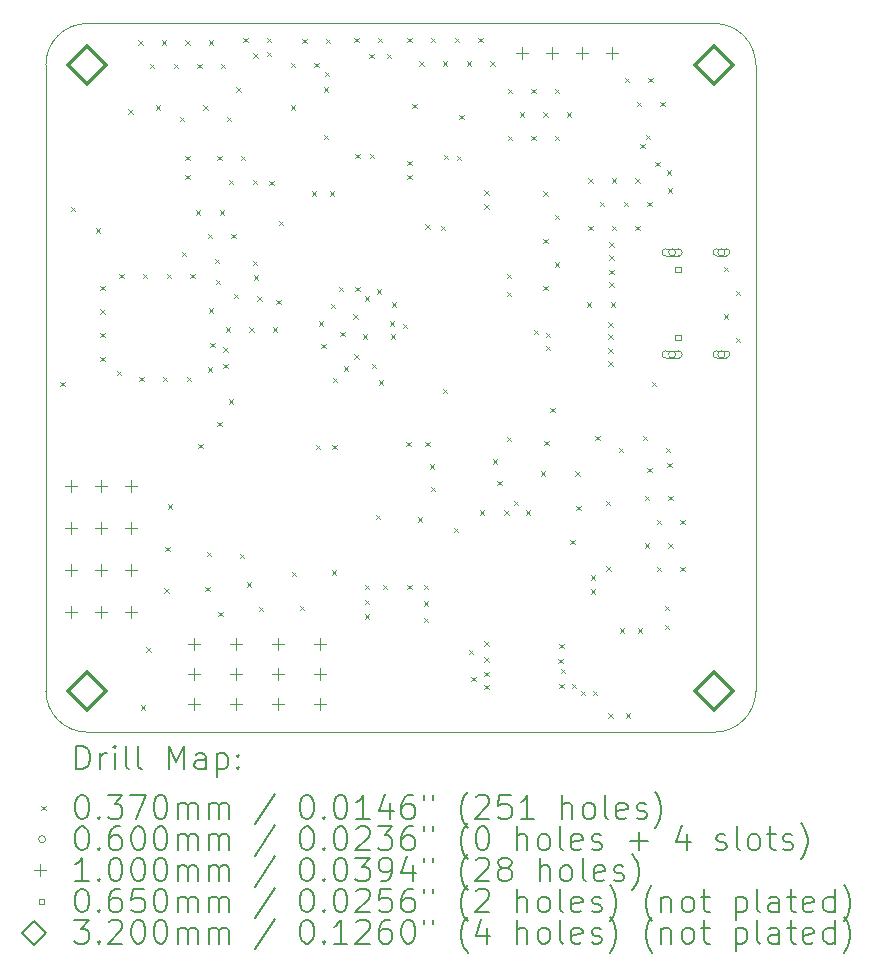
<source format=gbr>
%TF.GenerationSoftware,KiCad,Pcbnew,9.0.4*%
%TF.CreationDate,2025-09-12T00:15:05+05:30*%
%TF.ProjectId,Udayate,55646179-6174-4652-9e6b-696361645f70,1*%
%TF.SameCoordinates,Original*%
%TF.FileFunction,Drillmap*%
%TF.FilePolarity,Positive*%
%FSLAX45Y45*%
G04 Gerber Fmt 4.5, Leading zero omitted, Abs format (unit mm)*
G04 Created by KiCad (PCBNEW 9.0.4) date 2025-09-12 00:15:05*
%MOMM*%
%LPD*%
G01*
G04 APERTURE LIST*
%ADD10C,0.050000*%
%ADD11C,0.200000*%
%ADD12C,0.100000*%
%ADD13C,0.320000*%
G04 APERTURE END LIST*
D10*
X17520000Y-7200000D02*
G75*
G02*
X17870000Y-7550000I0J-350000D01*
G01*
X11860000Y-7550000D02*
X11860000Y-12850000D01*
X12210000Y-13200000D02*
X17520000Y-13200000D01*
X12210000Y-13200000D02*
G75*
G02*
X11860000Y-12850000I0J350000D01*
G01*
X11860000Y-7550000D02*
G75*
G02*
X12210000Y-7200000I350000J0D01*
G01*
X17870000Y-12850000D02*
X17870000Y-7550000D01*
X17870000Y-12850000D02*
G75*
G02*
X17520000Y-13200000I-350000J0D01*
G01*
X17520000Y-7200000D02*
X12210000Y-7200000D01*
D11*
D12*
X11981500Y-10231500D02*
X12018500Y-10268500D01*
X12018500Y-10231500D02*
X11981500Y-10268500D01*
X12071500Y-8751500D02*
X12108500Y-8788500D01*
X12108500Y-8751500D02*
X12071500Y-8788500D01*
X12281500Y-8934000D02*
X12318500Y-8971000D01*
X12318500Y-8934000D02*
X12281500Y-8971000D01*
X12321500Y-9421500D02*
X12358500Y-9458500D01*
X12358500Y-9421500D02*
X12321500Y-9458500D01*
X12321500Y-9621500D02*
X12358500Y-9658500D01*
X12358500Y-9621500D02*
X12321500Y-9658500D01*
X12321500Y-9821500D02*
X12358500Y-9858500D01*
X12358500Y-9821500D02*
X12321500Y-9858500D01*
X12321500Y-10021500D02*
X12358500Y-10058500D01*
X12358500Y-10021500D02*
X12321500Y-10058500D01*
X12461500Y-10141500D02*
X12498500Y-10178500D01*
X12498500Y-10141500D02*
X12461500Y-10178500D01*
X12481500Y-9321500D02*
X12518500Y-9358500D01*
X12518500Y-9321500D02*
X12481500Y-9358500D01*
X12556500Y-7926500D02*
X12593500Y-7963500D01*
X12593500Y-7926500D02*
X12556500Y-7963500D01*
X12641500Y-7341500D02*
X12678500Y-7378500D01*
X12678500Y-7341500D02*
X12641500Y-7378500D01*
X12651500Y-10191500D02*
X12688500Y-10228500D01*
X12688500Y-10191500D02*
X12651500Y-10228500D01*
X12661500Y-12971500D02*
X12698500Y-13008500D01*
X12698500Y-12971500D02*
X12661500Y-13008500D01*
X12681500Y-9321500D02*
X12718500Y-9358500D01*
X12718500Y-9321500D02*
X12681500Y-9358500D01*
X12711500Y-12481500D02*
X12748500Y-12518500D01*
X12748500Y-12481500D02*
X12711500Y-12518500D01*
X12741500Y-7541500D02*
X12778500Y-7578500D01*
X12778500Y-7541500D02*
X12741500Y-7578500D01*
X12791500Y-7891500D02*
X12828500Y-7928500D01*
X12828500Y-7891500D02*
X12791500Y-7928500D01*
X12841500Y-7341500D02*
X12878500Y-7378500D01*
X12878500Y-7341500D02*
X12841500Y-7378500D01*
X12851500Y-10191500D02*
X12888500Y-10228500D01*
X12888500Y-10191500D02*
X12851500Y-10228500D01*
X12861500Y-11981500D02*
X12898500Y-12018500D01*
X12898500Y-11981500D02*
X12861500Y-12018500D01*
X12871500Y-11631500D02*
X12908500Y-11668500D01*
X12908500Y-11631500D02*
X12871500Y-11668500D01*
X12881500Y-9321500D02*
X12918500Y-9358500D01*
X12918500Y-9321500D02*
X12881500Y-9358500D01*
X12891500Y-11271500D02*
X12928500Y-11308500D01*
X12928500Y-11271500D02*
X12891500Y-11308500D01*
X12941500Y-7541500D02*
X12978500Y-7578500D01*
X12978500Y-7541500D02*
X12941500Y-7578500D01*
X12991500Y-7991500D02*
X13028500Y-8028500D01*
X13028500Y-7991500D02*
X12991500Y-8028500D01*
X13011500Y-9131500D02*
X13048500Y-9168500D01*
X13048500Y-9131500D02*
X13011500Y-9168500D01*
X13041500Y-7341500D02*
X13078500Y-7378500D01*
X13078500Y-7341500D02*
X13041500Y-7378500D01*
X13041500Y-8321500D02*
X13078500Y-8358500D01*
X13078500Y-8321500D02*
X13041500Y-8358500D01*
X13041500Y-8481500D02*
X13078500Y-8518500D01*
X13078500Y-8481500D02*
X13041500Y-8518500D01*
X13051500Y-10191500D02*
X13088500Y-10228500D01*
X13088500Y-10191500D02*
X13051500Y-10228500D01*
X13081500Y-9321500D02*
X13118500Y-9358500D01*
X13118500Y-9321500D02*
X13081500Y-9358500D01*
X13131500Y-8781500D02*
X13168500Y-8818500D01*
X13168500Y-8781500D02*
X13131500Y-8818500D01*
X13141500Y-7541500D02*
X13178500Y-7578500D01*
X13178500Y-7541500D02*
X13141500Y-7578500D01*
X13151500Y-10761500D02*
X13188500Y-10798500D01*
X13188500Y-10761500D02*
X13151500Y-10798500D01*
X13191500Y-7891500D02*
X13228500Y-7928500D01*
X13228500Y-7891500D02*
X13191500Y-7928500D01*
X13211500Y-11971500D02*
X13248500Y-12008500D01*
X13248500Y-11971500D02*
X13211500Y-12008500D01*
X13221500Y-11671500D02*
X13258500Y-11708500D01*
X13258500Y-11671500D02*
X13221500Y-11708500D01*
X13231500Y-8981500D02*
X13268500Y-9018500D01*
X13268500Y-8981500D02*
X13231500Y-9018500D01*
X13231500Y-10111500D02*
X13268500Y-10148500D01*
X13268500Y-10111500D02*
X13231500Y-10148500D01*
X13241500Y-7341500D02*
X13278500Y-7378500D01*
X13278500Y-7341500D02*
X13241500Y-7378500D01*
X13241500Y-9611500D02*
X13278500Y-9648500D01*
X13278500Y-9611500D02*
X13241500Y-9648500D01*
X13251500Y-9901500D02*
X13288500Y-9938500D01*
X13288500Y-9901500D02*
X13251500Y-9938500D01*
X13291500Y-9191500D02*
X13328500Y-9228500D01*
X13328500Y-9191500D02*
X13291500Y-9228500D01*
X13301500Y-9371500D02*
X13338500Y-9408500D01*
X13338500Y-9371500D02*
X13301500Y-9408500D01*
X13311500Y-8321500D02*
X13348500Y-8358500D01*
X13348500Y-8321500D02*
X13311500Y-8358500D01*
X13311500Y-10571500D02*
X13348500Y-10608500D01*
X13348500Y-10571500D02*
X13311500Y-10608500D01*
X13321500Y-12181500D02*
X13358500Y-12218500D01*
X13358500Y-12181500D02*
X13321500Y-12218500D01*
X13331500Y-8781500D02*
X13368500Y-8818500D01*
X13368500Y-8781500D02*
X13331500Y-8818500D01*
X13341500Y-7541500D02*
X13378500Y-7578500D01*
X13378500Y-7541500D02*
X13341500Y-7578500D01*
X13361500Y-9941500D02*
X13398500Y-9978500D01*
X13398500Y-9941500D02*
X13361500Y-9978500D01*
X13361500Y-10081500D02*
X13398500Y-10118500D01*
X13398500Y-10081500D02*
X13361500Y-10118500D01*
X13381500Y-9771500D02*
X13418500Y-9808500D01*
X13418500Y-9771500D02*
X13381500Y-9808500D01*
X13391500Y-7991500D02*
X13428500Y-8028500D01*
X13428500Y-7991500D02*
X13391500Y-8028500D01*
X13411500Y-8521500D02*
X13448500Y-8558500D01*
X13448500Y-8521500D02*
X13411500Y-8558500D01*
X13411500Y-10381500D02*
X13448500Y-10418500D01*
X13448500Y-10381500D02*
X13411500Y-10418500D01*
X13431500Y-8981500D02*
X13468500Y-9018500D01*
X13468500Y-8981500D02*
X13431500Y-9018500D01*
X13451500Y-9491500D02*
X13488500Y-9528500D01*
X13488500Y-9491500D02*
X13451500Y-9528500D01*
X13471500Y-7741500D02*
X13508500Y-7778500D01*
X13508500Y-7741500D02*
X13471500Y-7778500D01*
X13501500Y-11691500D02*
X13538500Y-11728500D01*
X13538500Y-11691500D02*
X13501500Y-11728500D01*
X13511500Y-8321500D02*
X13548500Y-8358500D01*
X13548500Y-8321500D02*
X13511500Y-8358500D01*
X13531500Y-7321500D02*
X13568500Y-7358500D01*
X13568500Y-7321500D02*
X13531500Y-7358500D01*
X13561500Y-11931500D02*
X13598500Y-11968500D01*
X13598500Y-11931500D02*
X13561500Y-11968500D01*
X13581500Y-9771500D02*
X13618500Y-9808500D01*
X13618500Y-9771500D02*
X13581500Y-9808500D01*
X13611500Y-8521500D02*
X13648500Y-8558500D01*
X13648500Y-8521500D02*
X13611500Y-8558500D01*
X13611500Y-9211500D02*
X13648500Y-9248500D01*
X13648500Y-9211500D02*
X13611500Y-9248500D01*
X13615400Y-7451500D02*
X13652400Y-7488500D01*
X13652400Y-7451500D02*
X13615400Y-7488500D01*
X13621500Y-9331500D02*
X13658500Y-9368500D01*
X13658500Y-9331500D02*
X13621500Y-9368500D01*
X13651500Y-9511500D02*
X13688500Y-9548500D01*
X13688500Y-9511500D02*
X13651500Y-9548500D01*
X13661500Y-12141500D02*
X13698500Y-12178500D01*
X13698500Y-12141500D02*
X13661500Y-12178500D01*
X13731500Y-7321500D02*
X13768500Y-7358500D01*
X13768500Y-7321500D02*
X13731500Y-7358500D01*
X13731500Y-7441500D02*
X13768500Y-7478500D01*
X13768500Y-7441500D02*
X13731500Y-7478500D01*
X13751500Y-8531500D02*
X13788500Y-8568500D01*
X13788500Y-8531500D02*
X13751500Y-8568500D01*
X13781500Y-9771500D02*
X13818500Y-9808500D01*
X13818500Y-9771500D02*
X13781500Y-9808500D01*
X13811500Y-9541500D02*
X13848500Y-9578500D01*
X13848500Y-9541500D02*
X13811500Y-9578500D01*
X13831500Y-8871500D02*
X13868500Y-8908500D01*
X13868500Y-8871500D02*
X13831500Y-8908500D01*
X13931500Y-7531500D02*
X13968500Y-7568500D01*
X13968500Y-7531500D02*
X13931500Y-7568500D01*
X13931500Y-7891500D02*
X13968500Y-7928500D01*
X13968500Y-7891500D02*
X13931500Y-7928500D01*
X13941500Y-11841500D02*
X13978500Y-11878500D01*
X13978500Y-11841500D02*
X13941500Y-11878500D01*
X14011500Y-12131500D02*
X14048500Y-12168500D01*
X14048500Y-12131500D02*
X14011500Y-12168500D01*
X14031500Y-7331500D02*
X14068500Y-7368500D01*
X14068500Y-7331500D02*
X14031500Y-7368500D01*
X14111500Y-8621500D02*
X14148500Y-8658500D01*
X14148500Y-8621500D02*
X14111500Y-8658500D01*
X14131500Y-7531500D02*
X14168500Y-7568500D01*
X14168500Y-7531500D02*
X14131500Y-7568500D01*
X14145250Y-10768375D02*
X14182250Y-10805375D01*
X14182250Y-10768375D02*
X14145250Y-10805375D01*
X14171500Y-9721500D02*
X14208500Y-9758500D01*
X14208500Y-9721500D02*
X14171500Y-9758500D01*
X14191500Y-9911500D02*
X14228500Y-9948500D01*
X14228500Y-9911500D02*
X14191500Y-9948500D01*
X14211500Y-7741500D02*
X14248500Y-7778500D01*
X14248500Y-7741500D02*
X14211500Y-7778500D01*
X14211500Y-8141500D02*
X14248500Y-8178500D01*
X14248500Y-8141500D02*
X14211500Y-8178500D01*
X14221500Y-7611500D02*
X14258500Y-7648500D01*
X14258500Y-7611500D02*
X14221500Y-7648500D01*
X14231500Y-7331500D02*
X14268500Y-7368500D01*
X14268500Y-7331500D02*
X14231500Y-7368500D01*
X14261500Y-8621500D02*
X14298500Y-8658500D01*
X14298500Y-8621500D02*
X14261500Y-8658500D01*
X14271500Y-9571500D02*
X14308500Y-9608500D01*
X14308500Y-9571500D02*
X14271500Y-9608500D01*
X14281500Y-11831500D02*
X14318500Y-11868500D01*
X14318500Y-11831500D02*
X14281500Y-11868500D01*
X14285250Y-10768375D02*
X14322250Y-10805375D01*
X14322250Y-10768375D02*
X14285250Y-10805375D01*
X14291500Y-10201500D02*
X14328500Y-10238500D01*
X14328500Y-10201500D02*
X14291500Y-10238500D01*
X14341500Y-9431500D02*
X14378500Y-9468500D01*
X14378500Y-9431500D02*
X14341500Y-9468500D01*
X14351500Y-9811500D02*
X14388500Y-9848500D01*
X14388500Y-9811500D02*
X14351500Y-9848500D01*
X14381500Y-10101500D02*
X14418500Y-10138500D01*
X14418500Y-10101500D02*
X14381500Y-10138500D01*
X14461500Y-9661500D02*
X14498500Y-9698500D01*
X14498500Y-9661500D02*
X14461500Y-9698500D01*
X14471500Y-7321500D02*
X14508500Y-7358500D01*
X14508500Y-7321500D02*
X14471500Y-7358500D01*
X14471500Y-10001500D02*
X14508500Y-10038500D01*
X14508500Y-10001500D02*
X14471500Y-10038500D01*
X14481500Y-8301500D02*
X14518500Y-8338500D01*
X14518500Y-8301500D02*
X14481500Y-8338500D01*
X14481500Y-9431500D02*
X14518500Y-9468500D01*
X14518500Y-9431500D02*
X14481500Y-9468500D01*
X14541500Y-9831500D02*
X14578500Y-9868500D01*
X14578500Y-9831500D02*
X14541500Y-9868500D01*
X14561500Y-9511500D02*
X14598500Y-9548500D01*
X14598500Y-9511500D02*
X14561500Y-9548500D01*
X14561500Y-11951500D02*
X14598500Y-11988500D01*
X14598500Y-11951500D02*
X14561500Y-11988500D01*
X14561500Y-12081500D02*
X14598500Y-12118500D01*
X14598500Y-12081500D02*
X14561500Y-12118500D01*
X14561500Y-12201500D02*
X14598500Y-12238500D01*
X14598500Y-12201500D02*
X14561500Y-12238500D01*
X14598000Y-7455250D02*
X14635000Y-7492250D01*
X14635000Y-7455250D02*
X14598000Y-7492250D01*
X14601500Y-8301500D02*
X14638500Y-8338500D01*
X14638500Y-8301500D02*
X14601500Y-8338500D01*
X14621500Y-10081500D02*
X14658500Y-10118500D01*
X14658500Y-10081500D02*
X14621500Y-10118500D01*
X14651500Y-11361500D02*
X14688500Y-11398500D01*
X14688500Y-11361500D02*
X14651500Y-11398500D01*
X14661500Y-9451500D02*
X14698500Y-9488500D01*
X14698500Y-9451500D02*
X14661500Y-9488500D01*
X14671500Y-7321500D02*
X14708500Y-7358500D01*
X14708500Y-7321500D02*
X14671500Y-7358500D01*
X14681500Y-10221500D02*
X14718500Y-10258500D01*
X14718500Y-10221500D02*
X14681500Y-10258500D01*
X14711500Y-11951500D02*
X14748500Y-11988500D01*
X14748500Y-11951500D02*
X14711500Y-11988500D01*
X14748000Y-7455250D02*
X14785000Y-7492250D01*
X14785000Y-7455250D02*
X14748000Y-7492250D01*
X14771500Y-9721500D02*
X14808500Y-9758500D01*
X14808500Y-9721500D02*
X14771500Y-9758500D01*
X14781500Y-9831500D02*
X14818500Y-9868500D01*
X14818500Y-9831500D02*
X14781500Y-9868500D01*
X14791500Y-9561500D02*
X14828500Y-9598500D01*
X14828500Y-9561500D02*
X14791500Y-9598500D01*
X14881500Y-9741500D02*
X14918500Y-9778500D01*
X14918500Y-9741500D02*
X14881500Y-9778500D01*
X14911500Y-10741500D02*
X14948500Y-10778500D01*
X14948500Y-10741500D02*
X14911500Y-10778500D01*
X14921500Y-7321500D02*
X14958500Y-7358500D01*
X14958500Y-7321500D02*
X14921500Y-7358500D01*
X14921500Y-8364000D02*
X14958500Y-8401000D01*
X14958500Y-8364000D02*
X14921500Y-8401000D01*
X14921500Y-8481500D02*
X14958500Y-8518500D01*
X14958500Y-8481500D02*
X14921500Y-8518500D01*
X14921500Y-11951500D02*
X14958500Y-11988500D01*
X14958500Y-11951500D02*
X14921500Y-11988500D01*
X14961500Y-7881500D02*
X14998500Y-7918500D01*
X14998500Y-7881500D02*
X14961500Y-7918500D01*
X15011500Y-11381500D02*
X15048500Y-11418500D01*
X15048500Y-11381500D02*
X15011500Y-11418500D01*
X15021500Y-7521500D02*
X15058500Y-7558500D01*
X15058500Y-7521500D02*
X15021500Y-7558500D01*
X15061500Y-11951500D02*
X15098500Y-11988500D01*
X15098500Y-11951500D02*
X15061500Y-11988500D01*
X15061500Y-12091500D02*
X15098500Y-12128500D01*
X15098500Y-12091500D02*
X15061500Y-12128500D01*
X15061500Y-12231500D02*
X15098500Y-12268500D01*
X15098500Y-12231500D02*
X15061500Y-12268500D01*
X15071500Y-8901500D02*
X15108500Y-8938500D01*
X15108500Y-8901500D02*
X15071500Y-8938500D01*
X15071500Y-10741500D02*
X15108500Y-10778500D01*
X15108500Y-10741500D02*
X15071500Y-10778500D01*
X15111500Y-10931500D02*
X15148500Y-10968500D01*
X15148500Y-10931500D02*
X15111500Y-10968500D01*
X15121500Y-7321500D02*
X15158500Y-7358500D01*
X15158500Y-7321500D02*
X15121500Y-7358500D01*
X15121500Y-11121500D02*
X15158500Y-11158500D01*
X15158500Y-11121500D02*
X15121500Y-11158500D01*
X15201500Y-8911500D02*
X15238500Y-8948500D01*
X15238500Y-8911500D02*
X15201500Y-8948500D01*
X15221500Y-7521500D02*
X15258500Y-7558500D01*
X15258500Y-7521500D02*
X15221500Y-7558500D01*
X15221500Y-10291500D02*
X15258500Y-10328500D01*
X15258500Y-10291500D02*
X15221500Y-10328500D01*
X15231500Y-8311500D02*
X15268500Y-8348500D01*
X15268500Y-8311500D02*
X15231500Y-8348500D01*
X15311500Y-11471500D02*
X15348500Y-11508500D01*
X15348500Y-11471500D02*
X15311500Y-11508500D01*
X15321500Y-7321500D02*
X15358500Y-7358500D01*
X15358500Y-7321500D02*
X15321500Y-7358500D01*
X15341500Y-8321500D02*
X15378500Y-8358500D01*
X15378500Y-8321500D02*
X15341500Y-8358500D01*
X15361500Y-7971500D02*
X15398500Y-8008500D01*
X15398500Y-7971500D02*
X15361500Y-8008500D01*
X15421500Y-7521500D02*
X15458500Y-7558500D01*
X15458500Y-7521500D02*
X15421500Y-7558500D01*
X15441500Y-12501500D02*
X15478500Y-12538500D01*
X15478500Y-12501500D02*
X15441500Y-12538500D01*
X15461500Y-12731500D02*
X15498500Y-12768500D01*
X15498500Y-12731500D02*
X15461500Y-12768500D01*
X15521500Y-7321500D02*
X15558500Y-7358500D01*
X15558500Y-7321500D02*
X15521500Y-7358500D01*
X15531500Y-11321500D02*
X15568500Y-11358500D01*
X15568500Y-11321500D02*
X15531500Y-11358500D01*
X15571500Y-8611500D02*
X15608500Y-8648500D01*
X15608500Y-8611500D02*
X15571500Y-8648500D01*
X15571500Y-8731500D02*
X15608500Y-8768500D01*
X15608500Y-8731500D02*
X15571500Y-8768500D01*
X15571500Y-12431500D02*
X15608500Y-12468500D01*
X15608500Y-12431500D02*
X15571500Y-12468500D01*
X15571500Y-12566500D02*
X15608500Y-12603500D01*
X15608500Y-12566500D02*
X15571500Y-12603500D01*
X15571500Y-12691500D02*
X15608500Y-12728500D01*
X15608500Y-12691500D02*
X15571500Y-12728500D01*
X15571500Y-12801500D02*
X15608500Y-12838500D01*
X15608500Y-12801500D02*
X15571500Y-12838500D01*
X15621500Y-7521500D02*
X15658500Y-7558500D01*
X15658500Y-7521500D02*
X15621500Y-7558500D01*
X15641500Y-10891500D02*
X15678500Y-10928500D01*
X15678500Y-10891500D02*
X15641500Y-10928500D01*
X15681500Y-11071500D02*
X15718500Y-11108500D01*
X15718500Y-11071500D02*
X15681500Y-11108500D01*
X15741500Y-11321500D02*
X15778500Y-11358500D01*
X15778500Y-11321500D02*
X15741500Y-11358500D01*
X15761500Y-9321500D02*
X15798500Y-9358500D01*
X15798500Y-9321500D02*
X15761500Y-9358500D01*
X15761500Y-9471500D02*
X15798500Y-9508500D01*
X15798500Y-9471500D02*
X15761500Y-9508500D01*
X15761500Y-10701500D02*
X15798500Y-10738500D01*
X15798500Y-10701500D02*
X15761500Y-10738500D01*
X15771500Y-7751500D02*
X15808500Y-7788500D01*
X15808500Y-7751500D02*
X15771500Y-7788500D01*
X15771500Y-8151500D02*
X15808500Y-8188500D01*
X15808500Y-8151500D02*
X15771500Y-8188500D01*
X15821500Y-11241500D02*
X15858500Y-11278500D01*
X15858500Y-11241500D02*
X15821500Y-11278500D01*
X15871500Y-7951500D02*
X15908500Y-7988500D01*
X15908500Y-7951500D02*
X15871500Y-7988500D01*
X15921500Y-11321500D02*
X15958500Y-11358500D01*
X15958500Y-11321500D02*
X15921500Y-11358500D01*
X15971500Y-7751500D02*
X16008500Y-7788500D01*
X16008500Y-7751500D02*
X15971500Y-7788500D01*
X15971500Y-8151500D02*
X16008500Y-8188500D01*
X16008500Y-8151500D02*
X15971500Y-8188500D01*
X15991500Y-9791500D02*
X16028500Y-9828500D01*
X16028500Y-9791500D02*
X15991500Y-9828500D01*
X16051500Y-10991500D02*
X16088500Y-11028500D01*
X16088500Y-10991500D02*
X16051500Y-11028500D01*
X16071500Y-7951500D02*
X16108500Y-7988500D01*
X16108500Y-7951500D02*
X16071500Y-7988500D01*
X16071500Y-8621500D02*
X16108500Y-8658500D01*
X16108500Y-8621500D02*
X16071500Y-8658500D01*
X16071500Y-9021500D02*
X16108500Y-9058500D01*
X16108500Y-9021500D02*
X16071500Y-9058500D01*
X16071500Y-9421500D02*
X16108500Y-9458500D01*
X16108500Y-9421500D02*
X16071500Y-9458500D01*
X16081500Y-10731500D02*
X16118500Y-10768500D01*
X16118500Y-10731500D02*
X16081500Y-10768500D01*
X16091500Y-9821500D02*
X16128500Y-9858500D01*
X16128500Y-9821500D02*
X16091500Y-9858500D01*
X16091500Y-9931500D02*
X16128500Y-9968500D01*
X16128500Y-9931500D02*
X16091500Y-9968500D01*
X16131500Y-10451500D02*
X16168500Y-10488500D01*
X16168500Y-10451500D02*
X16131500Y-10488500D01*
X16171500Y-7751500D02*
X16208500Y-7788500D01*
X16208500Y-7751500D02*
X16171500Y-7788500D01*
X16171500Y-8151500D02*
X16208500Y-8188500D01*
X16208500Y-8151500D02*
X16171500Y-8188500D01*
X16171500Y-8821500D02*
X16208500Y-8858500D01*
X16208500Y-8821500D02*
X16171500Y-8858500D01*
X16171500Y-9221500D02*
X16208500Y-9258500D01*
X16208500Y-9221500D02*
X16171500Y-9258500D01*
X16199500Y-12581500D02*
X16236500Y-12618500D01*
X16236500Y-12581500D02*
X16199500Y-12618500D01*
X16208000Y-12790000D02*
X16245000Y-12827000D01*
X16245000Y-12790000D02*
X16208000Y-12827000D01*
X16208500Y-12451500D02*
X16245500Y-12488500D01*
X16245500Y-12451500D02*
X16208500Y-12488500D01*
X16222500Y-12665500D02*
X16259500Y-12702500D01*
X16259500Y-12665500D02*
X16222500Y-12702500D01*
X16271500Y-7951500D02*
X16308500Y-7988500D01*
X16308500Y-7951500D02*
X16271500Y-7988500D01*
X16301500Y-11571500D02*
X16338500Y-11608500D01*
X16338500Y-11571500D02*
X16301500Y-11608500D01*
X16311500Y-12791500D02*
X16348500Y-12828500D01*
X16348500Y-12791500D02*
X16311500Y-12828500D01*
X16341500Y-10991500D02*
X16378500Y-11028500D01*
X16378500Y-10991500D02*
X16341500Y-11028500D01*
X16351500Y-11281500D02*
X16388500Y-11318500D01*
X16388500Y-11281500D02*
X16351500Y-11318500D01*
X16391500Y-12851500D02*
X16428500Y-12888500D01*
X16428500Y-12851500D02*
X16391500Y-12888500D01*
X16441500Y-9561500D02*
X16478500Y-9598500D01*
X16478500Y-9561500D02*
X16441500Y-9598500D01*
X16451500Y-8511500D02*
X16488500Y-8548500D01*
X16488500Y-8511500D02*
X16451500Y-8548500D01*
X16451500Y-8911500D02*
X16488500Y-8948500D01*
X16488500Y-8911500D02*
X16451500Y-8948500D01*
X16471500Y-11871500D02*
X16508500Y-11908500D01*
X16508500Y-11871500D02*
X16471500Y-11908500D01*
X16471500Y-11991500D02*
X16508500Y-12028500D01*
X16508500Y-11991500D02*
X16471500Y-12028500D01*
X16491500Y-12851500D02*
X16528500Y-12888500D01*
X16528500Y-12851500D02*
X16491500Y-12888500D01*
X16511500Y-10691500D02*
X16548500Y-10728500D01*
X16548500Y-10691500D02*
X16511500Y-10728500D01*
X16551500Y-8711500D02*
X16588500Y-8748500D01*
X16588500Y-8711500D02*
X16551500Y-8748500D01*
X16601500Y-11241500D02*
X16638500Y-11278500D01*
X16638500Y-11241500D02*
X16601500Y-11278500D01*
X16606500Y-11796500D02*
X16643500Y-11833500D01*
X16643500Y-11796500D02*
X16606500Y-11833500D01*
X16621500Y-9731500D02*
X16658500Y-9768500D01*
X16658500Y-9731500D02*
X16621500Y-9768500D01*
X16621500Y-9831500D02*
X16658500Y-9868500D01*
X16658500Y-9831500D02*
X16621500Y-9868500D01*
X16621500Y-9951500D02*
X16658500Y-9988500D01*
X16658500Y-9951500D02*
X16621500Y-9988500D01*
X16621500Y-10061500D02*
X16658500Y-10098500D01*
X16658500Y-10061500D02*
X16621500Y-10098500D01*
X16621500Y-13041500D02*
X16658500Y-13078500D01*
X16658500Y-13041500D02*
X16621500Y-13078500D01*
X16631500Y-9051500D02*
X16668500Y-9088500D01*
X16668500Y-9051500D02*
X16631500Y-9088500D01*
X16631500Y-9161500D02*
X16668500Y-9198500D01*
X16668500Y-9161500D02*
X16631500Y-9198500D01*
X16631500Y-9283500D02*
X16668500Y-9320500D01*
X16668500Y-9283500D02*
X16631500Y-9320500D01*
X16631500Y-9391500D02*
X16668500Y-9428500D01*
X16668500Y-9391500D02*
X16631500Y-9428500D01*
X16641500Y-9561500D02*
X16678500Y-9598500D01*
X16678500Y-9561500D02*
X16641500Y-9598500D01*
X16651500Y-8511500D02*
X16688500Y-8548500D01*
X16688500Y-8511500D02*
X16651500Y-8548500D01*
X16651500Y-8911500D02*
X16688500Y-8948500D01*
X16688500Y-8911500D02*
X16651500Y-8948500D01*
X16711500Y-10791500D02*
X16748500Y-10828500D01*
X16748500Y-10791500D02*
X16711500Y-10828500D01*
X16721500Y-12321500D02*
X16758500Y-12358500D01*
X16758500Y-12321500D02*
X16721500Y-12358500D01*
X16751500Y-8711500D02*
X16788500Y-8748500D01*
X16788500Y-8711500D02*
X16751500Y-8748500D01*
X16761500Y-7661500D02*
X16798500Y-7698500D01*
X16798500Y-7661500D02*
X16761500Y-7698500D01*
X16771500Y-13041500D02*
X16808500Y-13078500D01*
X16808500Y-13041500D02*
X16771500Y-13078500D01*
X16851500Y-8511500D02*
X16888500Y-8548500D01*
X16888500Y-8511500D02*
X16851500Y-8548500D01*
X16851500Y-8911500D02*
X16888500Y-8948500D01*
X16888500Y-8911500D02*
X16851500Y-8948500D01*
X16861500Y-7861500D02*
X16898500Y-7898500D01*
X16898500Y-7861500D02*
X16861500Y-7898500D01*
X16871500Y-12321500D02*
X16908500Y-12358500D01*
X16908500Y-12321500D02*
X16871500Y-12358500D01*
X16891500Y-8221500D02*
X16928500Y-8258500D01*
X16928500Y-8221500D02*
X16891500Y-8258500D01*
X16911500Y-10691500D02*
X16948500Y-10728500D01*
X16948500Y-10691500D02*
X16911500Y-10728500D01*
X16931500Y-11201500D02*
X16968500Y-11238500D01*
X16968500Y-11201500D02*
X16931500Y-11238500D01*
X16931500Y-11601500D02*
X16968500Y-11638500D01*
X16968500Y-11601500D02*
X16931500Y-11638500D01*
X16941500Y-8141500D02*
X16978500Y-8178500D01*
X16978500Y-8141500D02*
X16941500Y-8178500D01*
X16951500Y-8711500D02*
X16988500Y-8748500D01*
X16988500Y-8711500D02*
X16951500Y-8748500D01*
X16951500Y-10961500D02*
X16988500Y-10998500D01*
X16988500Y-10961500D02*
X16951500Y-10998500D01*
X16961500Y-7661500D02*
X16998500Y-7698500D01*
X16998500Y-7661500D02*
X16961500Y-7698500D01*
X16988250Y-10231500D02*
X17025250Y-10268500D01*
X17025250Y-10231500D02*
X16988250Y-10268500D01*
X17021500Y-8371500D02*
X17058500Y-8408500D01*
X17058500Y-8371500D02*
X17021500Y-8408500D01*
X17031500Y-11401500D02*
X17068500Y-11438500D01*
X17068500Y-11401500D02*
X17031500Y-11438500D01*
X17031500Y-11801500D02*
X17068500Y-11838500D01*
X17068500Y-11801500D02*
X17031500Y-11838500D01*
X17061500Y-7861500D02*
X17098500Y-7898500D01*
X17098500Y-7861500D02*
X17061500Y-7898500D01*
X17101500Y-12131500D02*
X17138500Y-12168500D01*
X17138500Y-12131500D02*
X17101500Y-12168500D01*
X17101500Y-12291500D02*
X17138500Y-12328500D01*
X17138500Y-12291500D02*
X17101500Y-12328500D01*
X17111500Y-10791500D02*
X17148500Y-10828500D01*
X17148500Y-10791500D02*
X17111500Y-10828500D01*
X17118375Y-8444625D02*
X17155375Y-8481625D01*
X17155375Y-8444625D02*
X17118375Y-8481625D01*
X17121500Y-10921500D02*
X17158500Y-10958500D01*
X17158500Y-10921500D02*
X17121500Y-10958500D01*
X17128375Y-8594625D02*
X17165375Y-8631625D01*
X17165375Y-8594625D02*
X17128375Y-8631625D01*
X17131500Y-11201500D02*
X17168500Y-11238500D01*
X17168500Y-11201500D02*
X17131500Y-11238500D01*
X17131500Y-11601500D02*
X17168500Y-11638500D01*
X17168500Y-11601500D02*
X17131500Y-11638500D01*
X17231500Y-11401500D02*
X17268500Y-11438500D01*
X17268500Y-11401500D02*
X17231500Y-11438500D01*
X17231500Y-11801500D02*
X17268500Y-11838500D01*
X17268500Y-11801500D02*
X17231500Y-11838500D01*
X17601500Y-9261500D02*
X17638500Y-9298500D01*
X17638500Y-9261500D02*
X17601500Y-9298500D01*
X17601500Y-9661500D02*
X17638500Y-9698500D01*
X17638500Y-9661500D02*
X17601500Y-9698500D01*
X17701500Y-9461500D02*
X17738500Y-9498500D01*
X17738500Y-9461500D02*
X17701500Y-9498500D01*
X17701500Y-9861500D02*
X17738500Y-9898500D01*
X17738500Y-9861500D02*
X17701500Y-9898500D01*
X17192000Y-9138000D02*
G75*
G02*
X17132000Y-9138000I-30000J0D01*
G01*
X17132000Y-9138000D02*
G75*
G02*
X17192000Y-9138000I30000J0D01*
G01*
X17107000Y-9168000D02*
X17217000Y-9168000D01*
X17217000Y-9108000D02*
G75*
G02*
X17217000Y-9168000I0J-30000D01*
G01*
X17217000Y-9108000D02*
X17107000Y-9108000D01*
X17107000Y-9108000D02*
G75*
G03*
X17107000Y-9168000I0J-30000D01*
G01*
X17192000Y-10002000D02*
G75*
G02*
X17132000Y-10002000I-30000J0D01*
G01*
X17132000Y-10002000D02*
G75*
G02*
X17192000Y-10002000I30000J0D01*
G01*
X17107000Y-10032000D02*
X17217000Y-10032000D01*
X17217000Y-9972000D02*
G75*
G02*
X17217000Y-10032000I0J-30000D01*
G01*
X17217000Y-9972000D02*
X17107000Y-9972000D01*
X17107000Y-9972000D02*
G75*
G03*
X17107000Y-10032000I0J-30000D01*
G01*
X17610000Y-9138000D02*
G75*
G02*
X17550000Y-9138000I-30000J0D01*
G01*
X17550000Y-9138000D02*
G75*
G02*
X17610000Y-9138000I30000J0D01*
G01*
X17540000Y-9168000D02*
X17620000Y-9168000D01*
X17620000Y-9108000D02*
G75*
G02*
X17620000Y-9168000I0J-30000D01*
G01*
X17620000Y-9108000D02*
X17540000Y-9108000D01*
X17540000Y-9108000D02*
G75*
G03*
X17540000Y-9168000I0J-30000D01*
G01*
X17610000Y-10002000D02*
G75*
G02*
X17550000Y-10002000I-30000J0D01*
G01*
X17550000Y-10002000D02*
G75*
G02*
X17610000Y-10002000I30000J0D01*
G01*
X17540000Y-10032000D02*
X17620000Y-10032000D01*
X17620000Y-9972000D02*
G75*
G02*
X17620000Y-10032000I0J-30000D01*
G01*
X17620000Y-9972000D02*
X17540000Y-9972000D01*
X17540000Y-9972000D02*
G75*
G03*
X17540000Y-10032000I0J-30000D01*
G01*
X12076000Y-11068000D02*
X12076000Y-11168000D01*
X12026000Y-11118000D02*
X12126000Y-11118000D01*
X12076000Y-11422000D02*
X12076000Y-11522000D01*
X12026000Y-11472000D02*
X12126000Y-11472000D01*
X12076000Y-11776000D02*
X12076000Y-11876000D01*
X12026000Y-11826000D02*
X12126000Y-11826000D01*
X12076000Y-12130000D02*
X12076000Y-12230000D01*
X12026000Y-12180000D02*
X12126000Y-12180000D01*
X12330000Y-11068000D02*
X12330000Y-11168000D01*
X12280000Y-11118000D02*
X12380000Y-11118000D01*
X12330000Y-11422000D02*
X12330000Y-11522000D01*
X12280000Y-11472000D02*
X12380000Y-11472000D01*
X12330000Y-11776000D02*
X12330000Y-11876000D01*
X12280000Y-11826000D02*
X12380000Y-11826000D01*
X12330000Y-12130000D02*
X12330000Y-12230000D01*
X12280000Y-12180000D02*
X12380000Y-12180000D01*
X12584000Y-11068000D02*
X12584000Y-11168000D01*
X12534000Y-11118000D02*
X12634000Y-11118000D01*
X12584000Y-11422000D02*
X12584000Y-11522000D01*
X12534000Y-11472000D02*
X12634000Y-11472000D01*
X12584000Y-11776000D02*
X12584000Y-11876000D01*
X12534000Y-11826000D02*
X12634000Y-11826000D01*
X12584000Y-12130000D02*
X12584000Y-12230000D01*
X12534000Y-12180000D02*
X12634000Y-12180000D01*
X13116000Y-12401000D02*
X13116000Y-12501000D01*
X13066000Y-12451000D02*
X13166000Y-12451000D01*
X13116000Y-12655000D02*
X13116000Y-12755000D01*
X13066000Y-12705000D02*
X13166000Y-12705000D01*
X13116000Y-12909000D02*
X13116000Y-13009000D01*
X13066000Y-12959000D02*
X13166000Y-12959000D01*
X13470000Y-12402000D02*
X13470000Y-12502000D01*
X13420000Y-12452000D02*
X13520000Y-12452000D01*
X13470000Y-12656000D02*
X13470000Y-12756000D01*
X13420000Y-12706000D02*
X13520000Y-12706000D01*
X13470000Y-12910000D02*
X13470000Y-13010000D01*
X13420000Y-12960000D02*
X13520000Y-12960000D01*
X13824000Y-12402000D02*
X13824000Y-12502000D01*
X13774000Y-12452000D02*
X13874000Y-12452000D01*
X13824000Y-12656000D02*
X13824000Y-12756000D01*
X13774000Y-12706000D02*
X13874000Y-12706000D01*
X13824000Y-12910000D02*
X13824000Y-13010000D01*
X13774000Y-12960000D02*
X13874000Y-12960000D01*
X14178000Y-12401000D02*
X14178000Y-12501000D01*
X14128000Y-12451000D02*
X14228000Y-12451000D01*
X14178000Y-12655000D02*
X14178000Y-12755000D01*
X14128000Y-12705000D02*
X14228000Y-12705000D01*
X14178000Y-12909000D02*
X14178000Y-13009000D01*
X14128000Y-12959000D02*
X14228000Y-12959000D01*
X15892000Y-7400000D02*
X15892000Y-7500000D01*
X15842000Y-7450000D02*
X15942000Y-7450000D01*
X16146000Y-7400000D02*
X16146000Y-7500000D01*
X16096000Y-7450000D02*
X16196000Y-7450000D01*
X16400000Y-7400000D02*
X16400000Y-7500000D01*
X16350000Y-7450000D02*
X16450000Y-7450000D01*
X16654000Y-7400000D02*
X16654000Y-7500000D01*
X16604000Y-7450000D02*
X16704000Y-7450000D01*
X17234981Y-9303981D02*
X17234981Y-9258019D01*
X17189019Y-9258019D01*
X17189019Y-9303981D01*
X17234981Y-9303981D01*
X17234981Y-9881981D02*
X17234981Y-9836019D01*
X17189019Y-9836019D01*
X17189019Y-9881981D01*
X17234981Y-9881981D01*
D13*
X12210000Y-7710000D02*
X12370000Y-7550000D01*
X12210000Y-7390000D01*
X12050000Y-7550000D01*
X12210000Y-7710000D01*
X12210000Y-13010000D02*
X12370000Y-12850000D01*
X12210000Y-12690000D01*
X12050000Y-12850000D01*
X12210000Y-13010000D01*
X17520000Y-7710000D02*
X17680000Y-7550000D01*
X17520000Y-7390000D01*
X17360000Y-7550000D01*
X17520000Y-7710000D01*
X17520000Y-13010000D02*
X17680000Y-12850000D01*
X17520000Y-12690000D01*
X17360000Y-12850000D01*
X17520000Y-13010000D01*
D11*
X12118277Y-13513984D02*
X12118277Y-13313984D01*
X12118277Y-13313984D02*
X12165896Y-13313984D01*
X12165896Y-13313984D02*
X12194467Y-13323508D01*
X12194467Y-13323508D02*
X12213515Y-13342555D01*
X12213515Y-13342555D02*
X12223039Y-13361603D01*
X12223039Y-13361603D02*
X12232562Y-13399698D01*
X12232562Y-13399698D02*
X12232562Y-13428269D01*
X12232562Y-13428269D02*
X12223039Y-13466365D01*
X12223039Y-13466365D02*
X12213515Y-13485412D01*
X12213515Y-13485412D02*
X12194467Y-13504460D01*
X12194467Y-13504460D02*
X12165896Y-13513984D01*
X12165896Y-13513984D02*
X12118277Y-13513984D01*
X12318277Y-13513984D02*
X12318277Y-13380650D01*
X12318277Y-13418746D02*
X12327801Y-13399698D01*
X12327801Y-13399698D02*
X12337324Y-13390174D01*
X12337324Y-13390174D02*
X12356372Y-13380650D01*
X12356372Y-13380650D02*
X12375420Y-13380650D01*
X12442086Y-13513984D02*
X12442086Y-13380650D01*
X12442086Y-13313984D02*
X12432562Y-13323508D01*
X12432562Y-13323508D02*
X12442086Y-13333031D01*
X12442086Y-13333031D02*
X12451610Y-13323508D01*
X12451610Y-13323508D02*
X12442086Y-13313984D01*
X12442086Y-13313984D02*
X12442086Y-13333031D01*
X12565896Y-13513984D02*
X12546848Y-13504460D01*
X12546848Y-13504460D02*
X12537324Y-13485412D01*
X12537324Y-13485412D02*
X12537324Y-13313984D01*
X12670658Y-13513984D02*
X12651610Y-13504460D01*
X12651610Y-13504460D02*
X12642086Y-13485412D01*
X12642086Y-13485412D02*
X12642086Y-13313984D01*
X12899229Y-13513984D02*
X12899229Y-13313984D01*
X12899229Y-13313984D02*
X12965896Y-13456841D01*
X12965896Y-13456841D02*
X13032562Y-13313984D01*
X13032562Y-13313984D02*
X13032562Y-13513984D01*
X13213515Y-13513984D02*
X13213515Y-13409222D01*
X13213515Y-13409222D02*
X13203991Y-13390174D01*
X13203991Y-13390174D02*
X13184943Y-13380650D01*
X13184943Y-13380650D02*
X13146848Y-13380650D01*
X13146848Y-13380650D02*
X13127801Y-13390174D01*
X13213515Y-13504460D02*
X13194467Y-13513984D01*
X13194467Y-13513984D02*
X13146848Y-13513984D01*
X13146848Y-13513984D02*
X13127801Y-13504460D01*
X13127801Y-13504460D02*
X13118277Y-13485412D01*
X13118277Y-13485412D02*
X13118277Y-13466365D01*
X13118277Y-13466365D02*
X13127801Y-13447317D01*
X13127801Y-13447317D02*
X13146848Y-13437793D01*
X13146848Y-13437793D02*
X13194467Y-13437793D01*
X13194467Y-13437793D02*
X13213515Y-13428269D01*
X13308753Y-13380650D02*
X13308753Y-13580650D01*
X13308753Y-13390174D02*
X13327801Y-13380650D01*
X13327801Y-13380650D02*
X13365896Y-13380650D01*
X13365896Y-13380650D02*
X13384943Y-13390174D01*
X13384943Y-13390174D02*
X13394467Y-13399698D01*
X13394467Y-13399698D02*
X13403991Y-13418746D01*
X13403991Y-13418746D02*
X13403991Y-13475888D01*
X13403991Y-13475888D02*
X13394467Y-13494936D01*
X13394467Y-13494936D02*
X13384943Y-13504460D01*
X13384943Y-13504460D02*
X13365896Y-13513984D01*
X13365896Y-13513984D02*
X13327801Y-13513984D01*
X13327801Y-13513984D02*
X13308753Y-13504460D01*
X13489705Y-13494936D02*
X13499229Y-13504460D01*
X13499229Y-13504460D02*
X13489705Y-13513984D01*
X13489705Y-13513984D02*
X13480182Y-13504460D01*
X13480182Y-13504460D02*
X13489705Y-13494936D01*
X13489705Y-13494936D02*
X13489705Y-13513984D01*
X13489705Y-13390174D02*
X13499229Y-13399698D01*
X13499229Y-13399698D02*
X13489705Y-13409222D01*
X13489705Y-13409222D02*
X13480182Y-13399698D01*
X13480182Y-13399698D02*
X13489705Y-13390174D01*
X13489705Y-13390174D02*
X13489705Y-13409222D01*
D12*
X11820500Y-13824000D02*
X11857500Y-13861000D01*
X11857500Y-13824000D02*
X11820500Y-13861000D01*
D11*
X12156372Y-13733984D02*
X12175420Y-13733984D01*
X12175420Y-13733984D02*
X12194467Y-13743508D01*
X12194467Y-13743508D02*
X12203991Y-13753031D01*
X12203991Y-13753031D02*
X12213515Y-13772079D01*
X12213515Y-13772079D02*
X12223039Y-13810174D01*
X12223039Y-13810174D02*
X12223039Y-13857793D01*
X12223039Y-13857793D02*
X12213515Y-13895888D01*
X12213515Y-13895888D02*
X12203991Y-13914936D01*
X12203991Y-13914936D02*
X12194467Y-13924460D01*
X12194467Y-13924460D02*
X12175420Y-13933984D01*
X12175420Y-13933984D02*
X12156372Y-13933984D01*
X12156372Y-13933984D02*
X12137324Y-13924460D01*
X12137324Y-13924460D02*
X12127801Y-13914936D01*
X12127801Y-13914936D02*
X12118277Y-13895888D01*
X12118277Y-13895888D02*
X12108753Y-13857793D01*
X12108753Y-13857793D02*
X12108753Y-13810174D01*
X12108753Y-13810174D02*
X12118277Y-13772079D01*
X12118277Y-13772079D02*
X12127801Y-13753031D01*
X12127801Y-13753031D02*
X12137324Y-13743508D01*
X12137324Y-13743508D02*
X12156372Y-13733984D01*
X12308753Y-13914936D02*
X12318277Y-13924460D01*
X12318277Y-13924460D02*
X12308753Y-13933984D01*
X12308753Y-13933984D02*
X12299229Y-13924460D01*
X12299229Y-13924460D02*
X12308753Y-13914936D01*
X12308753Y-13914936D02*
X12308753Y-13933984D01*
X12384943Y-13733984D02*
X12508753Y-13733984D01*
X12508753Y-13733984D02*
X12442086Y-13810174D01*
X12442086Y-13810174D02*
X12470658Y-13810174D01*
X12470658Y-13810174D02*
X12489705Y-13819698D01*
X12489705Y-13819698D02*
X12499229Y-13829222D01*
X12499229Y-13829222D02*
X12508753Y-13848269D01*
X12508753Y-13848269D02*
X12508753Y-13895888D01*
X12508753Y-13895888D02*
X12499229Y-13914936D01*
X12499229Y-13914936D02*
X12489705Y-13924460D01*
X12489705Y-13924460D02*
X12470658Y-13933984D01*
X12470658Y-13933984D02*
X12413515Y-13933984D01*
X12413515Y-13933984D02*
X12394467Y-13924460D01*
X12394467Y-13924460D02*
X12384943Y-13914936D01*
X12575420Y-13733984D02*
X12708753Y-13733984D01*
X12708753Y-13733984D02*
X12623039Y-13933984D01*
X12823039Y-13733984D02*
X12842086Y-13733984D01*
X12842086Y-13733984D02*
X12861134Y-13743508D01*
X12861134Y-13743508D02*
X12870658Y-13753031D01*
X12870658Y-13753031D02*
X12880182Y-13772079D01*
X12880182Y-13772079D02*
X12889705Y-13810174D01*
X12889705Y-13810174D02*
X12889705Y-13857793D01*
X12889705Y-13857793D02*
X12880182Y-13895888D01*
X12880182Y-13895888D02*
X12870658Y-13914936D01*
X12870658Y-13914936D02*
X12861134Y-13924460D01*
X12861134Y-13924460D02*
X12842086Y-13933984D01*
X12842086Y-13933984D02*
X12823039Y-13933984D01*
X12823039Y-13933984D02*
X12803991Y-13924460D01*
X12803991Y-13924460D02*
X12794467Y-13914936D01*
X12794467Y-13914936D02*
X12784943Y-13895888D01*
X12784943Y-13895888D02*
X12775420Y-13857793D01*
X12775420Y-13857793D02*
X12775420Y-13810174D01*
X12775420Y-13810174D02*
X12784943Y-13772079D01*
X12784943Y-13772079D02*
X12794467Y-13753031D01*
X12794467Y-13753031D02*
X12803991Y-13743508D01*
X12803991Y-13743508D02*
X12823039Y-13733984D01*
X12975420Y-13933984D02*
X12975420Y-13800650D01*
X12975420Y-13819698D02*
X12984943Y-13810174D01*
X12984943Y-13810174D02*
X13003991Y-13800650D01*
X13003991Y-13800650D02*
X13032563Y-13800650D01*
X13032563Y-13800650D02*
X13051610Y-13810174D01*
X13051610Y-13810174D02*
X13061134Y-13829222D01*
X13061134Y-13829222D02*
X13061134Y-13933984D01*
X13061134Y-13829222D02*
X13070658Y-13810174D01*
X13070658Y-13810174D02*
X13089705Y-13800650D01*
X13089705Y-13800650D02*
X13118277Y-13800650D01*
X13118277Y-13800650D02*
X13137324Y-13810174D01*
X13137324Y-13810174D02*
X13146848Y-13829222D01*
X13146848Y-13829222D02*
X13146848Y-13933984D01*
X13242086Y-13933984D02*
X13242086Y-13800650D01*
X13242086Y-13819698D02*
X13251610Y-13810174D01*
X13251610Y-13810174D02*
X13270658Y-13800650D01*
X13270658Y-13800650D02*
X13299229Y-13800650D01*
X13299229Y-13800650D02*
X13318277Y-13810174D01*
X13318277Y-13810174D02*
X13327801Y-13829222D01*
X13327801Y-13829222D02*
X13327801Y-13933984D01*
X13327801Y-13829222D02*
X13337324Y-13810174D01*
X13337324Y-13810174D02*
X13356372Y-13800650D01*
X13356372Y-13800650D02*
X13384943Y-13800650D01*
X13384943Y-13800650D02*
X13403991Y-13810174D01*
X13403991Y-13810174D02*
X13413515Y-13829222D01*
X13413515Y-13829222D02*
X13413515Y-13933984D01*
X13803991Y-13724460D02*
X13632563Y-13981603D01*
X14061134Y-13733984D02*
X14080182Y-13733984D01*
X14080182Y-13733984D02*
X14099229Y-13743508D01*
X14099229Y-13743508D02*
X14108753Y-13753031D01*
X14108753Y-13753031D02*
X14118277Y-13772079D01*
X14118277Y-13772079D02*
X14127801Y-13810174D01*
X14127801Y-13810174D02*
X14127801Y-13857793D01*
X14127801Y-13857793D02*
X14118277Y-13895888D01*
X14118277Y-13895888D02*
X14108753Y-13914936D01*
X14108753Y-13914936D02*
X14099229Y-13924460D01*
X14099229Y-13924460D02*
X14080182Y-13933984D01*
X14080182Y-13933984D02*
X14061134Y-13933984D01*
X14061134Y-13933984D02*
X14042086Y-13924460D01*
X14042086Y-13924460D02*
X14032563Y-13914936D01*
X14032563Y-13914936D02*
X14023039Y-13895888D01*
X14023039Y-13895888D02*
X14013515Y-13857793D01*
X14013515Y-13857793D02*
X14013515Y-13810174D01*
X14013515Y-13810174D02*
X14023039Y-13772079D01*
X14023039Y-13772079D02*
X14032563Y-13753031D01*
X14032563Y-13753031D02*
X14042086Y-13743508D01*
X14042086Y-13743508D02*
X14061134Y-13733984D01*
X14213515Y-13914936D02*
X14223039Y-13924460D01*
X14223039Y-13924460D02*
X14213515Y-13933984D01*
X14213515Y-13933984D02*
X14203991Y-13924460D01*
X14203991Y-13924460D02*
X14213515Y-13914936D01*
X14213515Y-13914936D02*
X14213515Y-13933984D01*
X14346848Y-13733984D02*
X14365896Y-13733984D01*
X14365896Y-13733984D02*
X14384944Y-13743508D01*
X14384944Y-13743508D02*
X14394467Y-13753031D01*
X14394467Y-13753031D02*
X14403991Y-13772079D01*
X14403991Y-13772079D02*
X14413515Y-13810174D01*
X14413515Y-13810174D02*
X14413515Y-13857793D01*
X14413515Y-13857793D02*
X14403991Y-13895888D01*
X14403991Y-13895888D02*
X14394467Y-13914936D01*
X14394467Y-13914936D02*
X14384944Y-13924460D01*
X14384944Y-13924460D02*
X14365896Y-13933984D01*
X14365896Y-13933984D02*
X14346848Y-13933984D01*
X14346848Y-13933984D02*
X14327801Y-13924460D01*
X14327801Y-13924460D02*
X14318277Y-13914936D01*
X14318277Y-13914936D02*
X14308753Y-13895888D01*
X14308753Y-13895888D02*
X14299229Y-13857793D01*
X14299229Y-13857793D02*
X14299229Y-13810174D01*
X14299229Y-13810174D02*
X14308753Y-13772079D01*
X14308753Y-13772079D02*
X14318277Y-13753031D01*
X14318277Y-13753031D02*
X14327801Y-13743508D01*
X14327801Y-13743508D02*
X14346848Y-13733984D01*
X14603991Y-13933984D02*
X14489706Y-13933984D01*
X14546848Y-13933984D02*
X14546848Y-13733984D01*
X14546848Y-13733984D02*
X14527801Y-13762555D01*
X14527801Y-13762555D02*
X14508753Y-13781603D01*
X14508753Y-13781603D02*
X14489706Y-13791127D01*
X14775420Y-13800650D02*
X14775420Y-13933984D01*
X14727801Y-13724460D02*
X14680182Y-13867317D01*
X14680182Y-13867317D02*
X14803991Y-13867317D01*
X14965896Y-13733984D02*
X14927801Y-13733984D01*
X14927801Y-13733984D02*
X14908753Y-13743508D01*
X14908753Y-13743508D02*
X14899229Y-13753031D01*
X14899229Y-13753031D02*
X14880182Y-13781603D01*
X14880182Y-13781603D02*
X14870658Y-13819698D01*
X14870658Y-13819698D02*
X14870658Y-13895888D01*
X14870658Y-13895888D02*
X14880182Y-13914936D01*
X14880182Y-13914936D02*
X14889706Y-13924460D01*
X14889706Y-13924460D02*
X14908753Y-13933984D01*
X14908753Y-13933984D02*
X14946848Y-13933984D01*
X14946848Y-13933984D02*
X14965896Y-13924460D01*
X14965896Y-13924460D02*
X14975420Y-13914936D01*
X14975420Y-13914936D02*
X14984944Y-13895888D01*
X14984944Y-13895888D02*
X14984944Y-13848269D01*
X14984944Y-13848269D02*
X14975420Y-13829222D01*
X14975420Y-13829222D02*
X14965896Y-13819698D01*
X14965896Y-13819698D02*
X14946848Y-13810174D01*
X14946848Y-13810174D02*
X14908753Y-13810174D01*
X14908753Y-13810174D02*
X14889706Y-13819698D01*
X14889706Y-13819698D02*
X14880182Y-13829222D01*
X14880182Y-13829222D02*
X14870658Y-13848269D01*
X15061134Y-13733984D02*
X15061134Y-13772079D01*
X15137325Y-13733984D02*
X15137325Y-13772079D01*
X15432563Y-14010174D02*
X15423039Y-14000650D01*
X15423039Y-14000650D02*
X15403991Y-13972079D01*
X15403991Y-13972079D02*
X15394468Y-13953031D01*
X15394468Y-13953031D02*
X15384944Y-13924460D01*
X15384944Y-13924460D02*
X15375420Y-13876841D01*
X15375420Y-13876841D02*
X15375420Y-13838746D01*
X15375420Y-13838746D02*
X15384944Y-13791127D01*
X15384944Y-13791127D02*
X15394468Y-13762555D01*
X15394468Y-13762555D02*
X15403991Y-13743508D01*
X15403991Y-13743508D02*
X15423039Y-13714936D01*
X15423039Y-13714936D02*
X15432563Y-13705412D01*
X15499229Y-13753031D02*
X15508753Y-13743508D01*
X15508753Y-13743508D02*
X15527801Y-13733984D01*
X15527801Y-13733984D02*
X15575420Y-13733984D01*
X15575420Y-13733984D02*
X15594468Y-13743508D01*
X15594468Y-13743508D02*
X15603991Y-13753031D01*
X15603991Y-13753031D02*
X15613515Y-13772079D01*
X15613515Y-13772079D02*
X15613515Y-13791127D01*
X15613515Y-13791127D02*
X15603991Y-13819698D01*
X15603991Y-13819698D02*
X15489706Y-13933984D01*
X15489706Y-13933984D02*
X15613515Y-13933984D01*
X15794468Y-13733984D02*
X15699229Y-13733984D01*
X15699229Y-13733984D02*
X15689706Y-13829222D01*
X15689706Y-13829222D02*
X15699229Y-13819698D01*
X15699229Y-13819698D02*
X15718277Y-13810174D01*
X15718277Y-13810174D02*
X15765896Y-13810174D01*
X15765896Y-13810174D02*
X15784944Y-13819698D01*
X15784944Y-13819698D02*
X15794468Y-13829222D01*
X15794468Y-13829222D02*
X15803991Y-13848269D01*
X15803991Y-13848269D02*
X15803991Y-13895888D01*
X15803991Y-13895888D02*
X15794468Y-13914936D01*
X15794468Y-13914936D02*
X15784944Y-13924460D01*
X15784944Y-13924460D02*
X15765896Y-13933984D01*
X15765896Y-13933984D02*
X15718277Y-13933984D01*
X15718277Y-13933984D02*
X15699229Y-13924460D01*
X15699229Y-13924460D02*
X15689706Y-13914936D01*
X15994468Y-13933984D02*
X15880182Y-13933984D01*
X15937325Y-13933984D02*
X15937325Y-13733984D01*
X15937325Y-13733984D02*
X15918277Y-13762555D01*
X15918277Y-13762555D02*
X15899229Y-13781603D01*
X15899229Y-13781603D02*
X15880182Y-13791127D01*
X16232563Y-13933984D02*
X16232563Y-13733984D01*
X16318277Y-13933984D02*
X16318277Y-13829222D01*
X16318277Y-13829222D02*
X16308753Y-13810174D01*
X16308753Y-13810174D02*
X16289706Y-13800650D01*
X16289706Y-13800650D02*
X16261134Y-13800650D01*
X16261134Y-13800650D02*
X16242087Y-13810174D01*
X16242087Y-13810174D02*
X16232563Y-13819698D01*
X16442087Y-13933984D02*
X16423039Y-13924460D01*
X16423039Y-13924460D02*
X16413515Y-13914936D01*
X16413515Y-13914936D02*
X16403991Y-13895888D01*
X16403991Y-13895888D02*
X16403991Y-13838746D01*
X16403991Y-13838746D02*
X16413515Y-13819698D01*
X16413515Y-13819698D02*
X16423039Y-13810174D01*
X16423039Y-13810174D02*
X16442087Y-13800650D01*
X16442087Y-13800650D02*
X16470658Y-13800650D01*
X16470658Y-13800650D02*
X16489706Y-13810174D01*
X16489706Y-13810174D02*
X16499230Y-13819698D01*
X16499230Y-13819698D02*
X16508753Y-13838746D01*
X16508753Y-13838746D02*
X16508753Y-13895888D01*
X16508753Y-13895888D02*
X16499230Y-13914936D01*
X16499230Y-13914936D02*
X16489706Y-13924460D01*
X16489706Y-13924460D02*
X16470658Y-13933984D01*
X16470658Y-13933984D02*
X16442087Y-13933984D01*
X16623039Y-13933984D02*
X16603991Y-13924460D01*
X16603991Y-13924460D02*
X16594468Y-13905412D01*
X16594468Y-13905412D02*
X16594468Y-13733984D01*
X16775420Y-13924460D02*
X16756372Y-13933984D01*
X16756372Y-13933984D02*
X16718277Y-13933984D01*
X16718277Y-13933984D02*
X16699230Y-13924460D01*
X16699230Y-13924460D02*
X16689706Y-13905412D01*
X16689706Y-13905412D02*
X16689706Y-13829222D01*
X16689706Y-13829222D02*
X16699230Y-13810174D01*
X16699230Y-13810174D02*
X16718277Y-13800650D01*
X16718277Y-13800650D02*
X16756372Y-13800650D01*
X16756372Y-13800650D02*
X16775420Y-13810174D01*
X16775420Y-13810174D02*
X16784944Y-13829222D01*
X16784944Y-13829222D02*
X16784944Y-13848269D01*
X16784944Y-13848269D02*
X16689706Y-13867317D01*
X16861134Y-13924460D02*
X16880182Y-13933984D01*
X16880182Y-13933984D02*
X16918277Y-13933984D01*
X16918277Y-13933984D02*
X16937325Y-13924460D01*
X16937325Y-13924460D02*
X16946849Y-13905412D01*
X16946849Y-13905412D02*
X16946849Y-13895888D01*
X16946849Y-13895888D02*
X16937325Y-13876841D01*
X16937325Y-13876841D02*
X16918277Y-13867317D01*
X16918277Y-13867317D02*
X16889706Y-13867317D01*
X16889706Y-13867317D02*
X16870658Y-13857793D01*
X16870658Y-13857793D02*
X16861134Y-13838746D01*
X16861134Y-13838746D02*
X16861134Y-13829222D01*
X16861134Y-13829222D02*
X16870658Y-13810174D01*
X16870658Y-13810174D02*
X16889706Y-13800650D01*
X16889706Y-13800650D02*
X16918277Y-13800650D01*
X16918277Y-13800650D02*
X16937325Y-13810174D01*
X17013515Y-14010174D02*
X17023039Y-14000650D01*
X17023039Y-14000650D02*
X17042087Y-13972079D01*
X17042087Y-13972079D02*
X17051611Y-13953031D01*
X17051611Y-13953031D02*
X17061134Y-13924460D01*
X17061134Y-13924460D02*
X17070658Y-13876841D01*
X17070658Y-13876841D02*
X17070658Y-13838746D01*
X17070658Y-13838746D02*
X17061134Y-13791127D01*
X17061134Y-13791127D02*
X17051611Y-13762555D01*
X17051611Y-13762555D02*
X17042087Y-13743508D01*
X17042087Y-13743508D02*
X17023039Y-13714936D01*
X17023039Y-13714936D02*
X17013515Y-13705412D01*
D12*
X11857500Y-14106500D02*
G75*
G02*
X11797500Y-14106500I-30000J0D01*
G01*
X11797500Y-14106500D02*
G75*
G02*
X11857500Y-14106500I30000J0D01*
G01*
D11*
X12156372Y-13997984D02*
X12175420Y-13997984D01*
X12175420Y-13997984D02*
X12194467Y-14007508D01*
X12194467Y-14007508D02*
X12203991Y-14017031D01*
X12203991Y-14017031D02*
X12213515Y-14036079D01*
X12213515Y-14036079D02*
X12223039Y-14074174D01*
X12223039Y-14074174D02*
X12223039Y-14121793D01*
X12223039Y-14121793D02*
X12213515Y-14159888D01*
X12213515Y-14159888D02*
X12203991Y-14178936D01*
X12203991Y-14178936D02*
X12194467Y-14188460D01*
X12194467Y-14188460D02*
X12175420Y-14197984D01*
X12175420Y-14197984D02*
X12156372Y-14197984D01*
X12156372Y-14197984D02*
X12137324Y-14188460D01*
X12137324Y-14188460D02*
X12127801Y-14178936D01*
X12127801Y-14178936D02*
X12118277Y-14159888D01*
X12118277Y-14159888D02*
X12108753Y-14121793D01*
X12108753Y-14121793D02*
X12108753Y-14074174D01*
X12108753Y-14074174D02*
X12118277Y-14036079D01*
X12118277Y-14036079D02*
X12127801Y-14017031D01*
X12127801Y-14017031D02*
X12137324Y-14007508D01*
X12137324Y-14007508D02*
X12156372Y-13997984D01*
X12308753Y-14178936D02*
X12318277Y-14188460D01*
X12318277Y-14188460D02*
X12308753Y-14197984D01*
X12308753Y-14197984D02*
X12299229Y-14188460D01*
X12299229Y-14188460D02*
X12308753Y-14178936D01*
X12308753Y-14178936D02*
X12308753Y-14197984D01*
X12489705Y-13997984D02*
X12451610Y-13997984D01*
X12451610Y-13997984D02*
X12432562Y-14007508D01*
X12432562Y-14007508D02*
X12423039Y-14017031D01*
X12423039Y-14017031D02*
X12403991Y-14045603D01*
X12403991Y-14045603D02*
X12394467Y-14083698D01*
X12394467Y-14083698D02*
X12394467Y-14159888D01*
X12394467Y-14159888D02*
X12403991Y-14178936D01*
X12403991Y-14178936D02*
X12413515Y-14188460D01*
X12413515Y-14188460D02*
X12432562Y-14197984D01*
X12432562Y-14197984D02*
X12470658Y-14197984D01*
X12470658Y-14197984D02*
X12489705Y-14188460D01*
X12489705Y-14188460D02*
X12499229Y-14178936D01*
X12499229Y-14178936D02*
X12508753Y-14159888D01*
X12508753Y-14159888D02*
X12508753Y-14112269D01*
X12508753Y-14112269D02*
X12499229Y-14093222D01*
X12499229Y-14093222D02*
X12489705Y-14083698D01*
X12489705Y-14083698D02*
X12470658Y-14074174D01*
X12470658Y-14074174D02*
X12432562Y-14074174D01*
X12432562Y-14074174D02*
X12413515Y-14083698D01*
X12413515Y-14083698D02*
X12403991Y-14093222D01*
X12403991Y-14093222D02*
X12394467Y-14112269D01*
X12632562Y-13997984D02*
X12651610Y-13997984D01*
X12651610Y-13997984D02*
X12670658Y-14007508D01*
X12670658Y-14007508D02*
X12680182Y-14017031D01*
X12680182Y-14017031D02*
X12689705Y-14036079D01*
X12689705Y-14036079D02*
X12699229Y-14074174D01*
X12699229Y-14074174D02*
X12699229Y-14121793D01*
X12699229Y-14121793D02*
X12689705Y-14159888D01*
X12689705Y-14159888D02*
X12680182Y-14178936D01*
X12680182Y-14178936D02*
X12670658Y-14188460D01*
X12670658Y-14188460D02*
X12651610Y-14197984D01*
X12651610Y-14197984D02*
X12632562Y-14197984D01*
X12632562Y-14197984D02*
X12613515Y-14188460D01*
X12613515Y-14188460D02*
X12603991Y-14178936D01*
X12603991Y-14178936D02*
X12594467Y-14159888D01*
X12594467Y-14159888D02*
X12584943Y-14121793D01*
X12584943Y-14121793D02*
X12584943Y-14074174D01*
X12584943Y-14074174D02*
X12594467Y-14036079D01*
X12594467Y-14036079D02*
X12603991Y-14017031D01*
X12603991Y-14017031D02*
X12613515Y-14007508D01*
X12613515Y-14007508D02*
X12632562Y-13997984D01*
X12823039Y-13997984D02*
X12842086Y-13997984D01*
X12842086Y-13997984D02*
X12861134Y-14007508D01*
X12861134Y-14007508D02*
X12870658Y-14017031D01*
X12870658Y-14017031D02*
X12880182Y-14036079D01*
X12880182Y-14036079D02*
X12889705Y-14074174D01*
X12889705Y-14074174D02*
X12889705Y-14121793D01*
X12889705Y-14121793D02*
X12880182Y-14159888D01*
X12880182Y-14159888D02*
X12870658Y-14178936D01*
X12870658Y-14178936D02*
X12861134Y-14188460D01*
X12861134Y-14188460D02*
X12842086Y-14197984D01*
X12842086Y-14197984D02*
X12823039Y-14197984D01*
X12823039Y-14197984D02*
X12803991Y-14188460D01*
X12803991Y-14188460D02*
X12794467Y-14178936D01*
X12794467Y-14178936D02*
X12784943Y-14159888D01*
X12784943Y-14159888D02*
X12775420Y-14121793D01*
X12775420Y-14121793D02*
X12775420Y-14074174D01*
X12775420Y-14074174D02*
X12784943Y-14036079D01*
X12784943Y-14036079D02*
X12794467Y-14017031D01*
X12794467Y-14017031D02*
X12803991Y-14007508D01*
X12803991Y-14007508D02*
X12823039Y-13997984D01*
X12975420Y-14197984D02*
X12975420Y-14064650D01*
X12975420Y-14083698D02*
X12984943Y-14074174D01*
X12984943Y-14074174D02*
X13003991Y-14064650D01*
X13003991Y-14064650D02*
X13032563Y-14064650D01*
X13032563Y-14064650D02*
X13051610Y-14074174D01*
X13051610Y-14074174D02*
X13061134Y-14093222D01*
X13061134Y-14093222D02*
X13061134Y-14197984D01*
X13061134Y-14093222D02*
X13070658Y-14074174D01*
X13070658Y-14074174D02*
X13089705Y-14064650D01*
X13089705Y-14064650D02*
X13118277Y-14064650D01*
X13118277Y-14064650D02*
X13137324Y-14074174D01*
X13137324Y-14074174D02*
X13146848Y-14093222D01*
X13146848Y-14093222D02*
X13146848Y-14197984D01*
X13242086Y-14197984D02*
X13242086Y-14064650D01*
X13242086Y-14083698D02*
X13251610Y-14074174D01*
X13251610Y-14074174D02*
X13270658Y-14064650D01*
X13270658Y-14064650D02*
X13299229Y-14064650D01*
X13299229Y-14064650D02*
X13318277Y-14074174D01*
X13318277Y-14074174D02*
X13327801Y-14093222D01*
X13327801Y-14093222D02*
X13327801Y-14197984D01*
X13327801Y-14093222D02*
X13337324Y-14074174D01*
X13337324Y-14074174D02*
X13356372Y-14064650D01*
X13356372Y-14064650D02*
X13384943Y-14064650D01*
X13384943Y-14064650D02*
X13403991Y-14074174D01*
X13403991Y-14074174D02*
X13413515Y-14093222D01*
X13413515Y-14093222D02*
X13413515Y-14197984D01*
X13803991Y-13988460D02*
X13632563Y-14245603D01*
X14061134Y-13997984D02*
X14080182Y-13997984D01*
X14080182Y-13997984D02*
X14099229Y-14007508D01*
X14099229Y-14007508D02*
X14108753Y-14017031D01*
X14108753Y-14017031D02*
X14118277Y-14036079D01*
X14118277Y-14036079D02*
X14127801Y-14074174D01*
X14127801Y-14074174D02*
X14127801Y-14121793D01*
X14127801Y-14121793D02*
X14118277Y-14159888D01*
X14118277Y-14159888D02*
X14108753Y-14178936D01*
X14108753Y-14178936D02*
X14099229Y-14188460D01*
X14099229Y-14188460D02*
X14080182Y-14197984D01*
X14080182Y-14197984D02*
X14061134Y-14197984D01*
X14061134Y-14197984D02*
X14042086Y-14188460D01*
X14042086Y-14188460D02*
X14032563Y-14178936D01*
X14032563Y-14178936D02*
X14023039Y-14159888D01*
X14023039Y-14159888D02*
X14013515Y-14121793D01*
X14013515Y-14121793D02*
X14013515Y-14074174D01*
X14013515Y-14074174D02*
X14023039Y-14036079D01*
X14023039Y-14036079D02*
X14032563Y-14017031D01*
X14032563Y-14017031D02*
X14042086Y-14007508D01*
X14042086Y-14007508D02*
X14061134Y-13997984D01*
X14213515Y-14178936D02*
X14223039Y-14188460D01*
X14223039Y-14188460D02*
X14213515Y-14197984D01*
X14213515Y-14197984D02*
X14203991Y-14188460D01*
X14203991Y-14188460D02*
X14213515Y-14178936D01*
X14213515Y-14178936D02*
X14213515Y-14197984D01*
X14346848Y-13997984D02*
X14365896Y-13997984D01*
X14365896Y-13997984D02*
X14384944Y-14007508D01*
X14384944Y-14007508D02*
X14394467Y-14017031D01*
X14394467Y-14017031D02*
X14403991Y-14036079D01*
X14403991Y-14036079D02*
X14413515Y-14074174D01*
X14413515Y-14074174D02*
X14413515Y-14121793D01*
X14413515Y-14121793D02*
X14403991Y-14159888D01*
X14403991Y-14159888D02*
X14394467Y-14178936D01*
X14394467Y-14178936D02*
X14384944Y-14188460D01*
X14384944Y-14188460D02*
X14365896Y-14197984D01*
X14365896Y-14197984D02*
X14346848Y-14197984D01*
X14346848Y-14197984D02*
X14327801Y-14188460D01*
X14327801Y-14188460D02*
X14318277Y-14178936D01*
X14318277Y-14178936D02*
X14308753Y-14159888D01*
X14308753Y-14159888D02*
X14299229Y-14121793D01*
X14299229Y-14121793D02*
X14299229Y-14074174D01*
X14299229Y-14074174D02*
X14308753Y-14036079D01*
X14308753Y-14036079D02*
X14318277Y-14017031D01*
X14318277Y-14017031D02*
X14327801Y-14007508D01*
X14327801Y-14007508D02*
X14346848Y-13997984D01*
X14489706Y-14017031D02*
X14499229Y-14007508D01*
X14499229Y-14007508D02*
X14518277Y-13997984D01*
X14518277Y-13997984D02*
X14565896Y-13997984D01*
X14565896Y-13997984D02*
X14584944Y-14007508D01*
X14584944Y-14007508D02*
X14594467Y-14017031D01*
X14594467Y-14017031D02*
X14603991Y-14036079D01*
X14603991Y-14036079D02*
X14603991Y-14055127D01*
X14603991Y-14055127D02*
X14594467Y-14083698D01*
X14594467Y-14083698D02*
X14480182Y-14197984D01*
X14480182Y-14197984D02*
X14603991Y-14197984D01*
X14670658Y-13997984D02*
X14794467Y-13997984D01*
X14794467Y-13997984D02*
X14727801Y-14074174D01*
X14727801Y-14074174D02*
X14756372Y-14074174D01*
X14756372Y-14074174D02*
X14775420Y-14083698D01*
X14775420Y-14083698D02*
X14784944Y-14093222D01*
X14784944Y-14093222D02*
X14794467Y-14112269D01*
X14794467Y-14112269D02*
X14794467Y-14159888D01*
X14794467Y-14159888D02*
X14784944Y-14178936D01*
X14784944Y-14178936D02*
X14775420Y-14188460D01*
X14775420Y-14188460D02*
X14756372Y-14197984D01*
X14756372Y-14197984D02*
X14699229Y-14197984D01*
X14699229Y-14197984D02*
X14680182Y-14188460D01*
X14680182Y-14188460D02*
X14670658Y-14178936D01*
X14965896Y-13997984D02*
X14927801Y-13997984D01*
X14927801Y-13997984D02*
X14908753Y-14007508D01*
X14908753Y-14007508D02*
X14899229Y-14017031D01*
X14899229Y-14017031D02*
X14880182Y-14045603D01*
X14880182Y-14045603D02*
X14870658Y-14083698D01*
X14870658Y-14083698D02*
X14870658Y-14159888D01*
X14870658Y-14159888D02*
X14880182Y-14178936D01*
X14880182Y-14178936D02*
X14889706Y-14188460D01*
X14889706Y-14188460D02*
X14908753Y-14197984D01*
X14908753Y-14197984D02*
X14946848Y-14197984D01*
X14946848Y-14197984D02*
X14965896Y-14188460D01*
X14965896Y-14188460D02*
X14975420Y-14178936D01*
X14975420Y-14178936D02*
X14984944Y-14159888D01*
X14984944Y-14159888D02*
X14984944Y-14112269D01*
X14984944Y-14112269D02*
X14975420Y-14093222D01*
X14975420Y-14093222D02*
X14965896Y-14083698D01*
X14965896Y-14083698D02*
X14946848Y-14074174D01*
X14946848Y-14074174D02*
X14908753Y-14074174D01*
X14908753Y-14074174D02*
X14889706Y-14083698D01*
X14889706Y-14083698D02*
X14880182Y-14093222D01*
X14880182Y-14093222D02*
X14870658Y-14112269D01*
X15061134Y-13997984D02*
X15061134Y-14036079D01*
X15137325Y-13997984D02*
X15137325Y-14036079D01*
X15432563Y-14274174D02*
X15423039Y-14264650D01*
X15423039Y-14264650D02*
X15403991Y-14236079D01*
X15403991Y-14236079D02*
X15394468Y-14217031D01*
X15394468Y-14217031D02*
X15384944Y-14188460D01*
X15384944Y-14188460D02*
X15375420Y-14140841D01*
X15375420Y-14140841D02*
X15375420Y-14102746D01*
X15375420Y-14102746D02*
X15384944Y-14055127D01*
X15384944Y-14055127D02*
X15394468Y-14026555D01*
X15394468Y-14026555D02*
X15403991Y-14007508D01*
X15403991Y-14007508D02*
X15423039Y-13978936D01*
X15423039Y-13978936D02*
X15432563Y-13969412D01*
X15546848Y-13997984D02*
X15565896Y-13997984D01*
X15565896Y-13997984D02*
X15584944Y-14007508D01*
X15584944Y-14007508D02*
X15594468Y-14017031D01*
X15594468Y-14017031D02*
X15603991Y-14036079D01*
X15603991Y-14036079D02*
X15613515Y-14074174D01*
X15613515Y-14074174D02*
X15613515Y-14121793D01*
X15613515Y-14121793D02*
X15603991Y-14159888D01*
X15603991Y-14159888D02*
X15594468Y-14178936D01*
X15594468Y-14178936D02*
X15584944Y-14188460D01*
X15584944Y-14188460D02*
X15565896Y-14197984D01*
X15565896Y-14197984D02*
X15546848Y-14197984D01*
X15546848Y-14197984D02*
X15527801Y-14188460D01*
X15527801Y-14188460D02*
X15518277Y-14178936D01*
X15518277Y-14178936D02*
X15508753Y-14159888D01*
X15508753Y-14159888D02*
X15499229Y-14121793D01*
X15499229Y-14121793D02*
X15499229Y-14074174D01*
X15499229Y-14074174D02*
X15508753Y-14036079D01*
X15508753Y-14036079D02*
X15518277Y-14017031D01*
X15518277Y-14017031D02*
X15527801Y-14007508D01*
X15527801Y-14007508D02*
X15546848Y-13997984D01*
X15851610Y-14197984D02*
X15851610Y-13997984D01*
X15937325Y-14197984D02*
X15937325Y-14093222D01*
X15937325Y-14093222D02*
X15927801Y-14074174D01*
X15927801Y-14074174D02*
X15908753Y-14064650D01*
X15908753Y-14064650D02*
X15880182Y-14064650D01*
X15880182Y-14064650D02*
X15861134Y-14074174D01*
X15861134Y-14074174D02*
X15851610Y-14083698D01*
X16061134Y-14197984D02*
X16042087Y-14188460D01*
X16042087Y-14188460D02*
X16032563Y-14178936D01*
X16032563Y-14178936D02*
X16023039Y-14159888D01*
X16023039Y-14159888D02*
X16023039Y-14102746D01*
X16023039Y-14102746D02*
X16032563Y-14083698D01*
X16032563Y-14083698D02*
X16042087Y-14074174D01*
X16042087Y-14074174D02*
X16061134Y-14064650D01*
X16061134Y-14064650D02*
X16089706Y-14064650D01*
X16089706Y-14064650D02*
X16108753Y-14074174D01*
X16108753Y-14074174D02*
X16118277Y-14083698D01*
X16118277Y-14083698D02*
X16127801Y-14102746D01*
X16127801Y-14102746D02*
X16127801Y-14159888D01*
X16127801Y-14159888D02*
X16118277Y-14178936D01*
X16118277Y-14178936D02*
X16108753Y-14188460D01*
X16108753Y-14188460D02*
X16089706Y-14197984D01*
X16089706Y-14197984D02*
X16061134Y-14197984D01*
X16242087Y-14197984D02*
X16223039Y-14188460D01*
X16223039Y-14188460D02*
X16213515Y-14169412D01*
X16213515Y-14169412D02*
X16213515Y-13997984D01*
X16394468Y-14188460D02*
X16375420Y-14197984D01*
X16375420Y-14197984D02*
X16337325Y-14197984D01*
X16337325Y-14197984D02*
X16318277Y-14188460D01*
X16318277Y-14188460D02*
X16308753Y-14169412D01*
X16308753Y-14169412D02*
X16308753Y-14093222D01*
X16308753Y-14093222D02*
X16318277Y-14074174D01*
X16318277Y-14074174D02*
X16337325Y-14064650D01*
X16337325Y-14064650D02*
X16375420Y-14064650D01*
X16375420Y-14064650D02*
X16394468Y-14074174D01*
X16394468Y-14074174D02*
X16403991Y-14093222D01*
X16403991Y-14093222D02*
X16403991Y-14112269D01*
X16403991Y-14112269D02*
X16308753Y-14131317D01*
X16480182Y-14188460D02*
X16499230Y-14197984D01*
X16499230Y-14197984D02*
X16537325Y-14197984D01*
X16537325Y-14197984D02*
X16556372Y-14188460D01*
X16556372Y-14188460D02*
X16565896Y-14169412D01*
X16565896Y-14169412D02*
X16565896Y-14159888D01*
X16565896Y-14159888D02*
X16556372Y-14140841D01*
X16556372Y-14140841D02*
X16537325Y-14131317D01*
X16537325Y-14131317D02*
X16508753Y-14131317D01*
X16508753Y-14131317D02*
X16489706Y-14121793D01*
X16489706Y-14121793D02*
X16480182Y-14102746D01*
X16480182Y-14102746D02*
X16480182Y-14093222D01*
X16480182Y-14093222D02*
X16489706Y-14074174D01*
X16489706Y-14074174D02*
X16508753Y-14064650D01*
X16508753Y-14064650D02*
X16537325Y-14064650D01*
X16537325Y-14064650D02*
X16556372Y-14074174D01*
X16803992Y-14121793D02*
X16956373Y-14121793D01*
X16880182Y-14197984D02*
X16880182Y-14045603D01*
X17289706Y-14064650D02*
X17289706Y-14197984D01*
X17242087Y-13988460D02*
X17194468Y-14131317D01*
X17194468Y-14131317D02*
X17318277Y-14131317D01*
X17537325Y-14188460D02*
X17556373Y-14197984D01*
X17556373Y-14197984D02*
X17594468Y-14197984D01*
X17594468Y-14197984D02*
X17613516Y-14188460D01*
X17613516Y-14188460D02*
X17623039Y-14169412D01*
X17623039Y-14169412D02*
X17623039Y-14159888D01*
X17623039Y-14159888D02*
X17613516Y-14140841D01*
X17613516Y-14140841D02*
X17594468Y-14131317D01*
X17594468Y-14131317D02*
X17565896Y-14131317D01*
X17565896Y-14131317D02*
X17546849Y-14121793D01*
X17546849Y-14121793D02*
X17537325Y-14102746D01*
X17537325Y-14102746D02*
X17537325Y-14093222D01*
X17537325Y-14093222D02*
X17546849Y-14074174D01*
X17546849Y-14074174D02*
X17565896Y-14064650D01*
X17565896Y-14064650D02*
X17594468Y-14064650D01*
X17594468Y-14064650D02*
X17613516Y-14074174D01*
X17737325Y-14197984D02*
X17718277Y-14188460D01*
X17718277Y-14188460D02*
X17708754Y-14169412D01*
X17708754Y-14169412D02*
X17708754Y-13997984D01*
X17842087Y-14197984D02*
X17823039Y-14188460D01*
X17823039Y-14188460D02*
X17813516Y-14178936D01*
X17813516Y-14178936D02*
X17803992Y-14159888D01*
X17803992Y-14159888D02*
X17803992Y-14102746D01*
X17803992Y-14102746D02*
X17813516Y-14083698D01*
X17813516Y-14083698D02*
X17823039Y-14074174D01*
X17823039Y-14074174D02*
X17842087Y-14064650D01*
X17842087Y-14064650D02*
X17870658Y-14064650D01*
X17870658Y-14064650D02*
X17889706Y-14074174D01*
X17889706Y-14074174D02*
X17899230Y-14083698D01*
X17899230Y-14083698D02*
X17908754Y-14102746D01*
X17908754Y-14102746D02*
X17908754Y-14159888D01*
X17908754Y-14159888D02*
X17899230Y-14178936D01*
X17899230Y-14178936D02*
X17889706Y-14188460D01*
X17889706Y-14188460D02*
X17870658Y-14197984D01*
X17870658Y-14197984D02*
X17842087Y-14197984D01*
X17965897Y-14064650D02*
X18042087Y-14064650D01*
X17994468Y-13997984D02*
X17994468Y-14169412D01*
X17994468Y-14169412D02*
X18003992Y-14188460D01*
X18003992Y-14188460D02*
X18023039Y-14197984D01*
X18023039Y-14197984D02*
X18042087Y-14197984D01*
X18099230Y-14188460D02*
X18118277Y-14197984D01*
X18118277Y-14197984D02*
X18156373Y-14197984D01*
X18156373Y-14197984D02*
X18175420Y-14188460D01*
X18175420Y-14188460D02*
X18184944Y-14169412D01*
X18184944Y-14169412D02*
X18184944Y-14159888D01*
X18184944Y-14159888D02*
X18175420Y-14140841D01*
X18175420Y-14140841D02*
X18156373Y-14131317D01*
X18156373Y-14131317D02*
X18127801Y-14131317D01*
X18127801Y-14131317D02*
X18108754Y-14121793D01*
X18108754Y-14121793D02*
X18099230Y-14102746D01*
X18099230Y-14102746D02*
X18099230Y-14093222D01*
X18099230Y-14093222D02*
X18108754Y-14074174D01*
X18108754Y-14074174D02*
X18127801Y-14064650D01*
X18127801Y-14064650D02*
X18156373Y-14064650D01*
X18156373Y-14064650D02*
X18175420Y-14074174D01*
X18251611Y-14274174D02*
X18261135Y-14264650D01*
X18261135Y-14264650D02*
X18280182Y-14236079D01*
X18280182Y-14236079D02*
X18289706Y-14217031D01*
X18289706Y-14217031D02*
X18299230Y-14188460D01*
X18299230Y-14188460D02*
X18308754Y-14140841D01*
X18308754Y-14140841D02*
X18308754Y-14102746D01*
X18308754Y-14102746D02*
X18299230Y-14055127D01*
X18299230Y-14055127D02*
X18289706Y-14026555D01*
X18289706Y-14026555D02*
X18280182Y-14007508D01*
X18280182Y-14007508D02*
X18261135Y-13978936D01*
X18261135Y-13978936D02*
X18251611Y-13969412D01*
D12*
X11807500Y-14320500D02*
X11807500Y-14420500D01*
X11757500Y-14370500D02*
X11857500Y-14370500D01*
D11*
X12223039Y-14461984D02*
X12108753Y-14461984D01*
X12165896Y-14461984D02*
X12165896Y-14261984D01*
X12165896Y-14261984D02*
X12146848Y-14290555D01*
X12146848Y-14290555D02*
X12127801Y-14309603D01*
X12127801Y-14309603D02*
X12108753Y-14319127D01*
X12308753Y-14442936D02*
X12318277Y-14452460D01*
X12318277Y-14452460D02*
X12308753Y-14461984D01*
X12308753Y-14461984D02*
X12299229Y-14452460D01*
X12299229Y-14452460D02*
X12308753Y-14442936D01*
X12308753Y-14442936D02*
X12308753Y-14461984D01*
X12442086Y-14261984D02*
X12461134Y-14261984D01*
X12461134Y-14261984D02*
X12480182Y-14271508D01*
X12480182Y-14271508D02*
X12489705Y-14281031D01*
X12489705Y-14281031D02*
X12499229Y-14300079D01*
X12499229Y-14300079D02*
X12508753Y-14338174D01*
X12508753Y-14338174D02*
X12508753Y-14385793D01*
X12508753Y-14385793D02*
X12499229Y-14423888D01*
X12499229Y-14423888D02*
X12489705Y-14442936D01*
X12489705Y-14442936D02*
X12480182Y-14452460D01*
X12480182Y-14452460D02*
X12461134Y-14461984D01*
X12461134Y-14461984D02*
X12442086Y-14461984D01*
X12442086Y-14461984D02*
X12423039Y-14452460D01*
X12423039Y-14452460D02*
X12413515Y-14442936D01*
X12413515Y-14442936D02*
X12403991Y-14423888D01*
X12403991Y-14423888D02*
X12394467Y-14385793D01*
X12394467Y-14385793D02*
X12394467Y-14338174D01*
X12394467Y-14338174D02*
X12403991Y-14300079D01*
X12403991Y-14300079D02*
X12413515Y-14281031D01*
X12413515Y-14281031D02*
X12423039Y-14271508D01*
X12423039Y-14271508D02*
X12442086Y-14261984D01*
X12632562Y-14261984D02*
X12651610Y-14261984D01*
X12651610Y-14261984D02*
X12670658Y-14271508D01*
X12670658Y-14271508D02*
X12680182Y-14281031D01*
X12680182Y-14281031D02*
X12689705Y-14300079D01*
X12689705Y-14300079D02*
X12699229Y-14338174D01*
X12699229Y-14338174D02*
X12699229Y-14385793D01*
X12699229Y-14385793D02*
X12689705Y-14423888D01*
X12689705Y-14423888D02*
X12680182Y-14442936D01*
X12680182Y-14442936D02*
X12670658Y-14452460D01*
X12670658Y-14452460D02*
X12651610Y-14461984D01*
X12651610Y-14461984D02*
X12632562Y-14461984D01*
X12632562Y-14461984D02*
X12613515Y-14452460D01*
X12613515Y-14452460D02*
X12603991Y-14442936D01*
X12603991Y-14442936D02*
X12594467Y-14423888D01*
X12594467Y-14423888D02*
X12584943Y-14385793D01*
X12584943Y-14385793D02*
X12584943Y-14338174D01*
X12584943Y-14338174D02*
X12594467Y-14300079D01*
X12594467Y-14300079D02*
X12603991Y-14281031D01*
X12603991Y-14281031D02*
X12613515Y-14271508D01*
X12613515Y-14271508D02*
X12632562Y-14261984D01*
X12823039Y-14261984D02*
X12842086Y-14261984D01*
X12842086Y-14261984D02*
X12861134Y-14271508D01*
X12861134Y-14271508D02*
X12870658Y-14281031D01*
X12870658Y-14281031D02*
X12880182Y-14300079D01*
X12880182Y-14300079D02*
X12889705Y-14338174D01*
X12889705Y-14338174D02*
X12889705Y-14385793D01*
X12889705Y-14385793D02*
X12880182Y-14423888D01*
X12880182Y-14423888D02*
X12870658Y-14442936D01*
X12870658Y-14442936D02*
X12861134Y-14452460D01*
X12861134Y-14452460D02*
X12842086Y-14461984D01*
X12842086Y-14461984D02*
X12823039Y-14461984D01*
X12823039Y-14461984D02*
X12803991Y-14452460D01*
X12803991Y-14452460D02*
X12794467Y-14442936D01*
X12794467Y-14442936D02*
X12784943Y-14423888D01*
X12784943Y-14423888D02*
X12775420Y-14385793D01*
X12775420Y-14385793D02*
X12775420Y-14338174D01*
X12775420Y-14338174D02*
X12784943Y-14300079D01*
X12784943Y-14300079D02*
X12794467Y-14281031D01*
X12794467Y-14281031D02*
X12803991Y-14271508D01*
X12803991Y-14271508D02*
X12823039Y-14261984D01*
X12975420Y-14461984D02*
X12975420Y-14328650D01*
X12975420Y-14347698D02*
X12984943Y-14338174D01*
X12984943Y-14338174D02*
X13003991Y-14328650D01*
X13003991Y-14328650D02*
X13032563Y-14328650D01*
X13032563Y-14328650D02*
X13051610Y-14338174D01*
X13051610Y-14338174D02*
X13061134Y-14357222D01*
X13061134Y-14357222D02*
X13061134Y-14461984D01*
X13061134Y-14357222D02*
X13070658Y-14338174D01*
X13070658Y-14338174D02*
X13089705Y-14328650D01*
X13089705Y-14328650D02*
X13118277Y-14328650D01*
X13118277Y-14328650D02*
X13137324Y-14338174D01*
X13137324Y-14338174D02*
X13146848Y-14357222D01*
X13146848Y-14357222D02*
X13146848Y-14461984D01*
X13242086Y-14461984D02*
X13242086Y-14328650D01*
X13242086Y-14347698D02*
X13251610Y-14338174D01*
X13251610Y-14338174D02*
X13270658Y-14328650D01*
X13270658Y-14328650D02*
X13299229Y-14328650D01*
X13299229Y-14328650D02*
X13318277Y-14338174D01*
X13318277Y-14338174D02*
X13327801Y-14357222D01*
X13327801Y-14357222D02*
X13327801Y-14461984D01*
X13327801Y-14357222D02*
X13337324Y-14338174D01*
X13337324Y-14338174D02*
X13356372Y-14328650D01*
X13356372Y-14328650D02*
X13384943Y-14328650D01*
X13384943Y-14328650D02*
X13403991Y-14338174D01*
X13403991Y-14338174D02*
X13413515Y-14357222D01*
X13413515Y-14357222D02*
X13413515Y-14461984D01*
X13803991Y-14252460D02*
X13632563Y-14509603D01*
X14061134Y-14261984D02*
X14080182Y-14261984D01*
X14080182Y-14261984D02*
X14099229Y-14271508D01*
X14099229Y-14271508D02*
X14108753Y-14281031D01*
X14108753Y-14281031D02*
X14118277Y-14300079D01*
X14118277Y-14300079D02*
X14127801Y-14338174D01*
X14127801Y-14338174D02*
X14127801Y-14385793D01*
X14127801Y-14385793D02*
X14118277Y-14423888D01*
X14118277Y-14423888D02*
X14108753Y-14442936D01*
X14108753Y-14442936D02*
X14099229Y-14452460D01*
X14099229Y-14452460D02*
X14080182Y-14461984D01*
X14080182Y-14461984D02*
X14061134Y-14461984D01*
X14061134Y-14461984D02*
X14042086Y-14452460D01*
X14042086Y-14452460D02*
X14032563Y-14442936D01*
X14032563Y-14442936D02*
X14023039Y-14423888D01*
X14023039Y-14423888D02*
X14013515Y-14385793D01*
X14013515Y-14385793D02*
X14013515Y-14338174D01*
X14013515Y-14338174D02*
X14023039Y-14300079D01*
X14023039Y-14300079D02*
X14032563Y-14281031D01*
X14032563Y-14281031D02*
X14042086Y-14271508D01*
X14042086Y-14271508D02*
X14061134Y-14261984D01*
X14213515Y-14442936D02*
X14223039Y-14452460D01*
X14223039Y-14452460D02*
X14213515Y-14461984D01*
X14213515Y-14461984D02*
X14203991Y-14452460D01*
X14203991Y-14452460D02*
X14213515Y-14442936D01*
X14213515Y-14442936D02*
X14213515Y-14461984D01*
X14346848Y-14261984D02*
X14365896Y-14261984D01*
X14365896Y-14261984D02*
X14384944Y-14271508D01*
X14384944Y-14271508D02*
X14394467Y-14281031D01*
X14394467Y-14281031D02*
X14403991Y-14300079D01*
X14403991Y-14300079D02*
X14413515Y-14338174D01*
X14413515Y-14338174D02*
X14413515Y-14385793D01*
X14413515Y-14385793D02*
X14403991Y-14423888D01*
X14403991Y-14423888D02*
X14394467Y-14442936D01*
X14394467Y-14442936D02*
X14384944Y-14452460D01*
X14384944Y-14452460D02*
X14365896Y-14461984D01*
X14365896Y-14461984D02*
X14346848Y-14461984D01*
X14346848Y-14461984D02*
X14327801Y-14452460D01*
X14327801Y-14452460D02*
X14318277Y-14442936D01*
X14318277Y-14442936D02*
X14308753Y-14423888D01*
X14308753Y-14423888D02*
X14299229Y-14385793D01*
X14299229Y-14385793D02*
X14299229Y-14338174D01*
X14299229Y-14338174D02*
X14308753Y-14300079D01*
X14308753Y-14300079D02*
X14318277Y-14281031D01*
X14318277Y-14281031D02*
X14327801Y-14271508D01*
X14327801Y-14271508D02*
X14346848Y-14261984D01*
X14480182Y-14261984D02*
X14603991Y-14261984D01*
X14603991Y-14261984D02*
X14537325Y-14338174D01*
X14537325Y-14338174D02*
X14565896Y-14338174D01*
X14565896Y-14338174D02*
X14584944Y-14347698D01*
X14584944Y-14347698D02*
X14594467Y-14357222D01*
X14594467Y-14357222D02*
X14603991Y-14376269D01*
X14603991Y-14376269D02*
X14603991Y-14423888D01*
X14603991Y-14423888D02*
X14594467Y-14442936D01*
X14594467Y-14442936D02*
X14584944Y-14452460D01*
X14584944Y-14452460D02*
X14565896Y-14461984D01*
X14565896Y-14461984D02*
X14508753Y-14461984D01*
X14508753Y-14461984D02*
X14489706Y-14452460D01*
X14489706Y-14452460D02*
X14480182Y-14442936D01*
X14699229Y-14461984D02*
X14737325Y-14461984D01*
X14737325Y-14461984D02*
X14756372Y-14452460D01*
X14756372Y-14452460D02*
X14765896Y-14442936D01*
X14765896Y-14442936D02*
X14784944Y-14414365D01*
X14784944Y-14414365D02*
X14794467Y-14376269D01*
X14794467Y-14376269D02*
X14794467Y-14300079D01*
X14794467Y-14300079D02*
X14784944Y-14281031D01*
X14784944Y-14281031D02*
X14775420Y-14271508D01*
X14775420Y-14271508D02*
X14756372Y-14261984D01*
X14756372Y-14261984D02*
X14718277Y-14261984D01*
X14718277Y-14261984D02*
X14699229Y-14271508D01*
X14699229Y-14271508D02*
X14689706Y-14281031D01*
X14689706Y-14281031D02*
X14680182Y-14300079D01*
X14680182Y-14300079D02*
X14680182Y-14347698D01*
X14680182Y-14347698D02*
X14689706Y-14366746D01*
X14689706Y-14366746D02*
X14699229Y-14376269D01*
X14699229Y-14376269D02*
X14718277Y-14385793D01*
X14718277Y-14385793D02*
X14756372Y-14385793D01*
X14756372Y-14385793D02*
X14775420Y-14376269D01*
X14775420Y-14376269D02*
X14784944Y-14366746D01*
X14784944Y-14366746D02*
X14794467Y-14347698D01*
X14965896Y-14328650D02*
X14965896Y-14461984D01*
X14918277Y-14252460D02*
X14870658Y-14395317D01*
X14870658Y-14395317D02*
X14994467Y-14395317D01*
X15061134Y-14261984D02*
X15061134Y-14300079D01*
X15137325Y-14261984D02*
X15137325Y-14300079D01*
X15432563Y-14538174D02*
X15423039Y-14528650D01*
X15423039Y-14528650D02*
X15403991Y-14500079D01*
X15403991Y-14500079D02*
X15394468Y-14481031D01*
X15394468Y-14481031D02*
X15384944Y-14452460D01*
X15384944Y-14452460D02*
X15375420Y-14404841D01*
X15375420Y-14404841D02*
X15375420Y-14366746D01*
X15375420Y-14366746D02*
X15384944Y-14319127D01*
X15384944Y-14319127D02*
X15394468Y-14290555D01*
X15394468Y-14290555D02*
X15403991Y-14271508D01*
X15403991Y-14271508D02*
X15423039Y-14242936D01*
X15423039Y-14242936D02*
X15432563Y-14233412D01*
X15499229Y-14281031D02*
X15508753Y-14271508D01*
X15508753Y-14271508D02*
X15527801Y-14261984D01*
X15527801Y-14261984D02*
X15575420Y-14261984D01*
X15575420Y-14261984D02*
X15594468Y-14271508D01*
X15594468Y-14271508D02*
X15603991Y-14281031D01*
X15603991Y-14281031D02*
X15613515Y-14300079D01*
X15613515Y-14300079D02*
X15613515Y-14319127D01*
X15613515Y-14319127D02*
X15603991Y-14347698D01*
X15603991Y-14347698D02*
X15489706Y-14461984D01*
X15489706Y-14461984D02*
X15613515Y-14461984D01*
X15727801Y-14347698D02*
X15708753Y-14338174D01*
X15708753Y-14338174D02*
X15699229Y-14328650D01*
X15699229Y-14328650D02*
X15689706Y-14309603D01*
X15689706Y-14309603D02*
X15689706Y-14300079D01*
X15689706Y-14300079D02*
X15699229Y-14281031D01*
X15699229Y-14281031D02*
X15708753Y-14271508D01*
X15708753Y-14271508D02*
X15727801Y-14261984D01*
X15727801Y-14261984D02*
X15765896Y-14261984D01*
X15765896Y-14261984D02*
X15784944Y-14271508D01*
X15784944Y-14271508D02*
X15794468Y-14281031D01*
X15794468Y-14281031D02*
X15803991Y-14300079D01*
X15803991Y-14300079D02*
X15803991Y-14309603D01*
X15803991Y-14309603D02*
X15794468Y-14328650D01*
X15794468Y-14328650D02*
X15784944Y-14338174D01*
X15784944Y-14338174D02*
X15765896Y-14347698D01*
X15765896Y-14347698D02*
X15727801Y-14347698D01*
X15727801Y-14347698D02*
X15708753Y-14357222D01*
X15708753Y-14357222D02*
X15699229Y-14366746D01*
X15699229Y-14366746D02*
X15689706Y-14385793D01*
X15689706Y-14385793D02*
X15689706Y-14423888D01*
X15689706Y-14423888D02*
X15699229Y-14442936D01*
X15699229Y-14442936D02*
X15708753Y-14452460D01*
X15708753Y-14452460D02*
X15727801Y-14461984D01*
X15727801Y-14461984D02*
X15765896Y-14461984D01*
X15765896Y-14461984D02*
X15784944Y-14452460D01*
X15784944Y-14452460D02*
X15794468Y-14442936D01*
X15794468Y-14442936D02*
X15803991Y-14423888D01*
X15803991Y-14423888D02*
X15803991Y-14385793D01*
X15803991Y-14385793D02*
X15794468Y-14366746D01*
X15794468Y-14366746D02*
X15784944Y-14357222D01*
X15784944Y-14357222D02*
X15765896Y-14347698D01*
X16042087Y-14461984D02*
X16042087Y-14261984D01*
X16127801Y-14461984D02*
X16127801Y-14357222D01*
X16127801Y-14357222D02*
X16118277Y-14338174D01*
X16118277Y-14338174D02*
X16099230Y-14328650D01*
X16099230Y-14328650D02*
X16070658Y-14328650D01*
X16070658Y-14328650D02*
X16051610Y-14338174D01*
X16051610Y-14338174D02*
X16042087Y-14347698D01*
X16251610Y-14461984D02*
X16232563Y-14452460D01*
X16232563Y-14452460D02*
X16223039Y-14442936D01*
X16223039Y-14442936D02*
X16213515Y-14423888D01*
X16213515Y-14423888D02*
X16213515Y-14366746D01*
X16213515Y-14366746D02*
X16223039Y-14347698D01*
X16223039Y-14347698D02*
X16232563Y-14338174D01*
X16232563Y-14338174D02*
X16251610Y-14328650D01*
X16251610Y-14328650D02*
X16280182Y-14328650D01*
X16280182Y-14328650D02*
X16299230Y-14338174D01*
X16299230Y-14338174D02*
X16308753Y-14347698D01*
X16308753Y-14347698D02*
X16318277Y-14366746D01*
X16318277Y-14366746D02*
X16318277Y-14423888D01*
X16318277Y-14423888D02*
X16308753Y-14442936D01*
X16308753Y-14442936D02*
X16299230Y-14452460D01*
X16299230Y-14452460D02*
X16280182Y-14461984D01*
X16280182Y-14461984D02*
X16251610Y-14461984D01*
X16432563Y-14461984D02*
X16413515Y-14452460D01*
X16413515Y-14452460D02*
X16403991Y-14433412D01*
X16403991Y-14433412D02*
X16403991Y-14261984D01*
X16584944Y-14452460D02*
X16565896Y-14461984D01*
X16565896Y-14461984D02*
X16527801Y-14461984D01*
X16527801Y-14461984D02*
X16508753Y-14452460D01*
X16508753Y-14452460D02*
X16499230Y-14433412D01*
X16499230Y-14433412D02*
X16499230Y-14357222D01*
X16499230Y-14357222D02*
X16508753Y-14338174D01*
X16508753Y-14338174D02*
X16527801Y-14328650D01*
X16527801Y-14328650D02*
X16565896Y-14328650D01*
X16565896Y-14328650D02*
X16584944Y-14338174D01*
X16584944Y-14338174D02*
X16594468Y-14357222D01*
X16594468Y-14357222D02*
X16594468Y-14376269D01*
X16594468Y-14376269D02*
X16499230Y-14395317D01*
X16670658Y-14452460D02*
X16689706Y-14461984D01*
X16689706Y-14461984D02*
X16727801Y-14461984D01*
X16727801Y-14461984D02*
X16746849Y-14452460D01*
X16746849Y-14452460D02*
X16756372Y-14433412D01*
X16756372Y-14433412D02*
X16756372Y-14423888D01*
X16756372Y-14423888D02*
X16746849Y-14404841D01*
X16746849Y-14404841D02*
X16727801Y-14395317D01*
X16727801Y-14395317D02*
X16699230Y-14395317D01*
X16699230Y-14395317D02*
X16680182Y-14385793D01*
X16680182Y-14385793D02*
X16670658Y-14366746D01*
X16670658Y-14366746D02*
X16670658Y-14357222D01*
X16670658Y-14357222D02*
X16680182Y-14338174D01*
X16680182Y-14338174D02*
X16699230Y-14328650D01*
X16699230Y-14328650D02*
X16727801Y-14328650D01*
X16727801Y-14328650D02*
X16746849Y-14338174D01*
X16823039Y-14538174D02*
X16832563Y-14528650D01*
X16832563Y-14528650D02*
X16851611Y-14500079D01*
X16851611Y-14500079D02*
X16861134Y-14481031D01*
X16861134Y-14481031D02*
X16870658Y-14452460D01*
X16870658Y-14452460D02*
X16880182Y-14404841D01*
X16880182Y-14404841D02*
X16880182Y-14366746D01*
X16880182Y-14366746D02*
X16870658Y-14319127D01*
X16870658Y-14319127D02*
X16861134Y-14290555D01*
X16861134Y-14290555D02*
X16851611Y-14271508D01*
X16851611Y-14271508D02*
X16832563Y-14242936D01*
X16832563Y-14242936D02*
X16823039Y-14233412D01*
D12*
X11847981Y-14657481D02*
X11847981Y-14611519D01*
X11802019Y-14611519D01*
X11802019Y-14657481D01*
X11847981Y-14657481D01*
D11*
X12156372Y-14525984D02*
X12175420Y-14525984D01*
X12175420Y-14525984D02*
X12194467Y-14535508D01*
X12194467Y-14535508D02*
X12203991Y-14545031D01*
X12203991Y-14545031D02*
X12213515Y-14564079D01*
X12213515Y-14564079D02*
X12223039Y-14602174D01*
X12223039Y-14602174D02*
X12223039Y-14649793D01*
X12223039Y-14649793D02*
X12213515Y-14687888D01*
X12213515Y-14687888D02*
X12203991Y-14706936D01*
X12203991Y-14706936D02*
X12194467Y-14716460D01*
X12194467Y-14716460D02*
X12175420Y-14725984D01*
X12175420Y-14725984D02*
X12156372Y-14725984D01*
X12156372Y-14725984D02*
X12137324Y-14716460D01*
X12137324Y-14716460D02*
X12127801Y-14706936D01*
X12127801Y-14706936D02*
X12118277Y-14687888D01*
X12118277Y-14687888D02*
X12108753Y-14649793D01*
X12108753Y-14649793D02*
X12108753Y-14602174D01*
X12108753Y-14602174D02*
X12118277Y-14564079D01*
X12118277Y-14564079D02*
X12127801Y-14545031D01*
X12127801Y-14545031D02*
X12137324Y-14535508D01*
X12137324Y-14535508D02*
X12156372Y-14525984D01*
X12308753Y-14706936D02*
X12318277Y-14716460D01*
X12318277Y-14716460D02*
X12308753Y-14725984D01*
X12308753Y-14725984D02*
X12299229Y-14716460D01*
X12299229Y-14716460D02*
X12308753Y-14706936D01*
X12308753Y-14706936D02*
X12308753Y-14725984D01*
X12489705Y-14525984D02*
X12451610Y-14525984D01*
X12451610Y-14525984D02*
X12432562Y-14535508D01*
X12432562Y-14535508D02*
X12423039Y-14545031D01*
X12423039Y-14545031D02*
X12403991Y-14573603D01*
X12403991Y-14573603D02*
X12394467Y-14611698D01*
X12394467Y-14611698D02*
X12394467Y-14687888D01*
X12394467Y-14687888D02*
X12403991Y-14706936D01*
X12403991Y-14706936D02*
X12413515Y-14716460D01*
X12413515Y-14716460D02*
X12432562Y-14725984D01*
X12432562Y-14725984D02*
X12470658Y-14725984D01*
X12470658Y-14725984D02*
X12489705Y-14716460D01*
X12489705Y-14716460D02*
X12499229Y-14706936D01*
X12499229Y-14706936D02*
X12508753Y-14687888D01*
X12508753Y-14687888D02*
X12508753Y-14640269D01*
X12508753Y-14640269D02*
X12499229Y-14621222D01*
X12499229Y-14621222D02*
X12489705Y-14611698D01*
X12489705Y-14611698D02*
X12470658Y-14602174D01*
X12470658Y-14602174D02*
X12432562Y-14602174D01*
X12432562Y-14602174D02*
X12413515Y-14611698D01*
X12413515Y-14611698D02*
X12403991Y-14621222D01*
X12403991Y-14621222D02*
X12394467Y-14640269D01*
X12689705Y-14525984D02*
X12594467Y-14525984D01*
X12594467Y-14525984D02*
X12584943Y-14621222D01*
X12584943Y-14621222D02*
X12594467Y-14611698D01*
X12594467Y-14611698D02*
X12613515Y-14602174D01*
X12613515Y-14602174D02*
X12661134Y-14602174D01*
X12661134Y-14602174D02*
X12680182Y-14611698D01*
X12680182Y-14611698D02*
X12689705Y-14621222D01*
X12689705Y-14621222D02*
X12699229Y-14640269D01*
X12699229Y-14640269D02*
X12699229Y-14687888D01*
X12699229Y-14687888D02*
X12689705Y-14706936D01*
X12689705Y-14706936D02*
X12680182Y-14716460D01*
X12680182Y-14716460D02*
X12661134Y-14725984D01*
X12661134Y-14725984D02*
X12613515Y-14725984D01*
X12613515Y-14725984D02*
X12594467Y-14716460D01*
X12594467Y-14716460D02*
X12584943Y-14706936D01*
X12823039Y-14525984D02*
X12842086Y-14525984D01*
X12842086Y-14525984D02*
X12861134Y-14535508D01*
X12861134Y-14535508D02*
X12870658Y-14545031D01*
X12870658Y-14545031D02*
X12880182Y-14564079D01*
X12880182Y-14564079D02*
X12889705Y-14602174D01*
X12889705Y-14602174D02*
X12889705Y-14649793D01*
X12889705Y-14649793D02*
X12880182Y-14687888D01*
X12880182Y-14687888D02*
X12870658Y-14706936D01*
X12870658Y-14706936D02*
X12861134Y-14716460D01*
X12861134Y-14716460D02*
X12842086Y-14725984D01*
X12842086Y-14725984D02*
X12823039Y-14725984D01*
X12823039Y-14725984D02*
X12803991Y-14716460D01*
X12803991Y-14716460D02*
X12794467Y-14706936D01*
X12794467Y-14706936D02*
X12784943Y-14687888D01*
X12784943Y-14687888D02*
X12775420Y-14649793D01*
X12775420Y-14649793D02*
X12775420Y-14602174D01*
X12775420Y-14602174D02*
X12784943Y-14564079D01*
X12784943Y-14564079D02*
X12794467Y-14545031D01*
X12794467Y-14545031D02*
X12803991Y-14535508D01*
X12803991Y-14535508D02*
X12823039Y-14525984D01*
X12975420Y-14725984D02*
X12975420Y-14592650D01*
X12975420Y-14611698D02*
X12984943Y-14602174D01*
X12984943Y-14602174D02*
X13003991Y-14592650D01*
X13003991Y-14592650D02*
X13032563Y-14592650D01*
X13032563Y-14592650D02*
X13051610Y-14602174D01*
X13051610Y-14602174D02*
X13061134Y-14621222D01*
X13061134Y-14621222D02*
X13061134Y-14725984D01*
X13061134Y-14621222D02*
X13070658Y-14602174D01*
X13070658Y-14602174D02*
X13089705Y-14592650D01*
X13089705Y-14592650D02*
X13118277Y-14592650D01*
X13118277Y-14592650D02*
X13137324Y-14602174D01*
X13137324Y-14602174D02*
X13146848Y-14621222D01*
X13146848Y-14621222D02*
X13146848Y-14725984D01*
X13242086Y-14725984D02*
X13242086Y-14592650D01*
X13242086Y-14611698D02*
X13251610Y-14602174D01*
X13251610Y-14602174D02*
X13270658Y-14592650D01*
X13270658Y-14592650D02*
X13299229Y-14592650D01*
X13299229Y-14592650D02*
X13318277Y-14602174D01*
X13318277Y-14602174D02*
X13327801Y-14621222D01*
X13327801Y-14621222D02*
X13327801Y-14725984D01*
X13327801Y-14621222D02*
X13337324Y-14602174D01*
X13337324Y-14602174D02*
X13356372Y-14592650D01*
X13356372Y-14592650D02*
X13384943Y-14592650D01*
X13384943Y-14592650D02*
X13403991Y-14602174D01*
X13403991Y-14602174D02*
X13413515Y-14621222D01*
X13413515Y-14621222D02*
X13413515Y-14725984D01*
X13803991Y-14516460D02*
X13632563Y-14773603D01*
X14061134Y-14525984D02*
X14080182Y-14525984D01*
X14080182Y-14525984D02*
X14099229Y-14535508D01*
X14099229Y-14535508D02*
X14108753Y-14545031D01*
X14108753Y-14545031D02*
X14118277Y-14564079D01*
X14118277Y-14564079D02*
X14127801Y-14602174D01*
X14127801Y-14602174D02*
X14127801Y-14649793D01*
X14127801Y-14649793D02*
X14118277Y-14687888D01*
X14118277Y-14687888D02*
X14108753Y-14706936D01*
X14108753Y-14706936D02*
X14099229Y-14716460D01*
X14099229Y-14716460D02*
X14080182Y-14725984D01*
X14080182Y-14725984D02*
X14061134Y-14725984D01*
X14061134Y-14725984D02*
X14042086Y-14716460D01*
X14042086Y-14716460D02*
X14032563Y-14706936D01*
X14032563Y-14706936D02*
X14023039Y-14687888D01*
X14023039Y-14687888D02*
X14013515Y-14649793D01*
X14013515Y-14649793D02*
X14013515Y-14602174D01*
X14013515Y-14602174D02*
X14023039Y-14564079D01*
X14023039Y-14564079D02*
X14032563Y-14545031D01*
X14032563Y-14545031D02*
X14042086Y-14535508D01*
X14042086Y-14535508D02*
X14061134Y-14525984D01*
X14213515Y-14706936D02*
X14223039Y-14716460D01*
X14223039Y-14716460D02*
X14213515Y-14725984D01*
X14213515Y-14725984D02*
X14203991Y-14716460D01*
X14203991Y-14716460D02*
X14213515Y-14706936D01*
X14213515Y-14706936D02*
X14213515Y-14725984D01*
X14346848Y-14525984D02*
X14365896Y-14525984D01*
X14365896Y-14525984D02*
X14384944Y-14535508D01*
X14384944Y-14535508D02*
X14394467Y-14545031D01*
X14394467Y-14545031D02*
X14403991Y-14564079D01*
X14403991Y-14564079D02*
X14413515Y-14602174D01*
X14413515Y-14602174D02*
X14413515Y-14649793D01*
X14413515Y-14649793D02*
X14403991Y-14687888D01*
X14403991Y-14687888D02*
X14394467Y-14706936D01*
X14394467Y-14706936D02*
X14384944Y-14716460D01*
X14384944Y-14716460D02*
X14365896Y-14725984D01*
X14365896Y-14725984D02*
X14346848Y-14725984D01*
X14346848Y-14725984D02*
X14327801Y-14716460D01*
X14327801Y-14716460D02*
X14318277Y-14706936D01*
X14318277Y-14706936D02*
X14308753Y-14687888D01*
X14308753Y-14687888D02*
X14299229Y-14649793D01*
X14299229Y-14649793D02*
X14299229Y-14602174D01*
X14299229Y-14602174D02*
X14308753Y-14564079D01*
X14308753Y-14564079D02*
X14318277Y-14545031D01*
X14318277Y-14545031D02*
X14327801Y-14535508D01*
X14327801Y-14535508D02*
X14346848Y-14525984D01*
X14489706Y-14545031D02*
X14499229Y-14535508D01*
X14499229Y-14535508D02*
X14518277Y-14525984D01*
X14518277Y-14525984D02*
X14565896Y-14525984D01*
X14565896Y-14525984D02*
X14584944Y-14535508D01*
X14584944Y-14535508D02*
X14594467Y-14545031D01*
X14594467Y-14545031D02*
X14603991Y-14564079D01*
X14603991Y-14564079D02*
X14603991Y-14583127D01*
X14603991Y-14583127D02*
X14594467Y-14611698D01*
X14594467Y-14611698D02*
X14480182Y-14725984D01*
X14480182Y-14725984D02*
X14603991Y-14725984D01*
X14784944Y-14525984D02*
X14689706Y-14525984D01*
X14689706Y-14525984D02*
X14680182Y-14621222D01*
X14680182Y-14621222D02*
X14689706Y-14611698D01*
X14689706Y-14611698D02*
X14708753Y-14602174D01*
X14708753Y-14602174D02*
X14756372Y-14602174D01*
X14756372Y-14602174D02*
X14775420Y-14611698D01*
X14775420Y-14611698D02*
X14784944Y-14621222D01*
X14784944Y-14621222D02*
X14794467Y-14640269D01*
X14794467Y-14640269D02*
X14794467Y-14687888D01*
X14794467Y-14687888D02*
X14784944Y-14706936D01*
X14784944Y-14706936D02*
X14775420Y-14716460D01*
X14775420Y-14716460D02*
X14756372Y-14725984D01*
X14756372Y-14725984D02*
X14708753Y-14725984D01*
X14708753Y-14725984D02*
X14689706Y-14716460D01*
X14689706Y-14716460D02*
X14680182Y-14706936D01*
X14965896Y-14525984D02*
X14927801Y-14525984D01*
X14927801Y-14525984D02*
X14908753Y-14535508D01*
X14908753Y-14535508D02*
X14899229Y-14545031D01*
X14899229Y-14545031D02*
X14880182Y-14573603D01*
X14880182Y-14573603D02*
X14870658Y-14611698D01*
X14870658Y-14611698D02*
X14870658Y-14687888D01*
X14870658Y-14687888D02*
X14880182Y-14706936D01*
X14880182Y-14706936D02*
X14889706Y-14716460D01*
X14889706Y-14716460D02*
X14908753Y-14725984D01*
X14908753Y-14725984D02*
X14946848Y-14725984D01*
X14946848Y-14725984D02*
X14965896Y-14716460D01*
X14965896Y-14716460D02*
X14975420Y-14706936D01*
X14975420Y-14706936D02*
X14984944Y-14687888D01*
X14984944Y-14687888D02*
X14984944Y-14640269D01*
X14984944Y-14640269D02*
X14975420Y-14621222D01*
X14975420Y-14621222D02*
X14965896Y-14611698D01*
X14965896Y-14611698D02*
X14946848Y-14602174D01*
X14946848Y-14602174D02*
X14908753Y-14602174D01*
X14908753Y-14602174D02*
X14889706Y-14611698D01*
X14889706Y-14611698D02*
X14880182Y-14621222D01*
X14880182Y-14621222D02*
X14870658Y-14640269D01*
X15061134Y-14525984D02*
X15061134Y-14564079D01*
X15137325Y-14525984D02*
X15137325Y-14564079D01*
X15432563Y-14802174D02*
X15423039Y-14792650D01*
X15423039Y-14792650D02*
X15403991Y-14764079D01*
X15403991Y-14764079D02*
X15394468Y-14745031D01*
X15394468Y-14745031D02*
X15384944Y-14716460D01*
X15384944Y-14716460D02*
X15375420Y-14668841D01*
X15375420Y-14668841D02*
X15375420Y-14630746D01*
X15375420Y-14630746D02*
X15384944Y-14583127D01*
X15384944Y-14583127D02*
X15394468Y-14554555D01*
X15394468Y-14554555D02*
X15403991Y-14535508D01*
X15403991Y-14535508D02*
X15423039Y-14506936D01*
X15423039Y-14506936D02*
X15432563Y-14497412D01*
X15499229Y-14545031D02*
X15508753Y-14535508D01*
X15508753Y-14535508D02*
X15527801Y-14525984D01*
X15527801Y-14525984D02*
X15575420Y-14525984D01*
X15575420Y-14525984D02*
X15594468Y-14535508D01*
X15594468Y-14535508D02*
X15603991Y-14545031D01*
X15603991Y-14545031D02*
X15613515Y-14564079D01*
X15613515Y-14564079D02*
X15613515Y-14583127D01*
X15613515Y-14583127D02*
X15603991Y-14611698D01*
X15603991Y-14611698D02*
X15489706Y-14725984D01*
X15489706Y-14725984D02*
X15613515Y-14725984D01*
X15851610Y-14725984D02*
X15851610Y-14525984D01*
X15937325Y-14725984D02*
X15937325Y-14621222D01*
X15937325Y-14621222D02*
X15927801Y-14602174D01*
X15927801Y-14602174D02*
X15908753Y-14592650D01*
X15908753Y-14592650D02*
X15880182Y-14592650D01*
X15880182Y-14592650D02*
X15861134Y-14602174D01*
X15861134Y-14602174D02*
X15851610Y-14611698D01*
X16061134Y-14725984D02*
X16042087Y-14716460D01*
X16042087Y-14716460D02*
X16032563Y-14706936D01*
X16032563Y-14706936D02*
X16023039Y-14687888D01*
X16023039Y-14687888D02*
X16023039Y-14630746D01*
X16023039Y-14630746D02*
X16032563Y-14611698D01*
X16032563Y-14611698D02*
X16042087Y-14602174D01*
X16042087Y-14602174D02*
X16061134Y-14592650D01*
X16061134Y-14592650D02*
X16089706Y-14592650D01*
X16089706Y-14592650D02*
X16108753Y-14602174D01*
X16108753Y-14602174D02*
X16118277Y-14611698D01*
X16118277Y-14611698D02*
X16127801Y-14630746D01*
X16127801Y-14630746D02*
X16127801Y-14687888D01*
X16127801Y-14687888D02*
X16118277Y-14706936D01*
X16118277Y-14706936D02*
X16108753Y-14716460D01*
X16108753Y-14716460D02*
X16089706Y-14725984D01*
X16089706Y-14725984D02*
X16061134Y-14725984D01*
X16242087Y-14725984D02*
X16223039Y-14716460D01*
X16223039Y-14716460D02*
X16213515Y-14697412D01*
X16213515Y-14697412D02*
X16213515Y-14525984D01*
X16394468Y-14716460D02*
X16375420Y-14725984D01*
X16375420Y-14725984D02*
X16337325Y-14725984D01*
X16337325Y-14725984D02*
X16318277Y-14716460D01*
X16318277Y-14716460D02*
X16308753Y-14697412D01*
X16308753Y-14697412D02*
X16308753Y-14621222D01*
X16308753Y-14621222D02*
X16318277Y-14602174D01*
X16318277Y-14602174D02*
X16337325Y-14592650D01*
X16337325Y-14592650D02*
X16375420Y-14592650D01*
X16375420Y-14592650D02*
X16394468Y-14602174D01*
X16394468Y-14602174D02*
X16403991Y-14621222D01*
X16403991Y-14621222D02*
X16403991Y-14640269D01*
X16403991Y-14640269D02*
X16308753Y-14659317D01*
X16480182Y-14716460D02*
X16499230Y-14725984D01*
X16499230Y-14725984D02*
X16537325Y-14725984D01*
X16537325Y-14725984D02*
X16556372Y-14716460D01*
X16556372Y-14716460D02*
X16565896Y-14697412D01*
X16565896Y-14697412D02*
X16565896Y-14687888D01*
X16565896Y-14687888D02*
X16556372Y-14668841D01*
X16556372Y-14668841D02*
X16537325Y-14659317D01*
X16537325Y-14659317D02*
X16508753Y-14659317D01*
X16508753Y-14659317D02*
X16489706Y-14649793D01*
X16489706Y-14649793D02*
X16480182Y-14630746D01*
X16480182Y-14630746D02*
X16480182Y-14621222D01*
X16480182Y-14621222D02*
X16489706Y-14602174D01*
X16489706Y-14602174D02*
X16508753Y-14592650D01*
X16508753Y-14592650D02*
X16537325Y-14592650D01*
X16537325Y-14592650D02*
X16556372Y-14602174D01*
X16632563Y-14802174D02*
X16642087Y-14792650D01*
X16642087Y-14792650D02*
X16661134Y-14764079D01*
X16661134Y-14764079D02*
X16670658Y-14745031D01*
X16670658Y-14745031D02*
X16680182Y-14716460D01*
X16680182Y-14716460D02*
X16689706Y-14668841D01*
X16689706Y-14668841D02*
X16689706Y-14630746D01*
X16689706Y-14630746D02*
X16680182Y-14583127D01*
X16680182Y-14583127D02*
X16670658Y-14554555D01*
X16670658Y-14554555D02*
X16661134Y-14535508D01*
X16661134Y-14535508D02*
X16642087Y-14506936D01*
X16642087Y-14506936D02*
X16632563Y-14497412D01*
X16994468Y-14802174D02*
X16984944Y-14792650D01*
X16984944Y-14792650D02*
X16965896Y-14764079D01*
X16965896Y-14764079D02*
X16956373Y-14745031D01*
X16956373Y-14745031D02*
X16946849Y-14716460D01*
X16946849Y-14716460D02*
X16937325Y-14668841D01*
X16937325Y-14668841D02*
X16937325Y-14630746D01*
X16937325Y-14630746D02*
X16946849Y-14583127D01*
X16946849Y-14583127D02*
X16956373Y-14554555D01*
X16956373Y-14554555D02*
X16965896Y-14535508D01*
X16965896Y-14535508D02*
X16984944Y-14506936D01*
X16984944Y-14506936D02*
X16994468Y-14497412D01*
X17070658Y-14592650D02*
X17070658Y-14725984D01*
X17070658Y-14611698D02*
X17080182Y-14602174D01*
X17080182Y-14602174D02*
X17099230Y-14592650D01*
X17099230Y-14592650D02*
X17127801Y-14592650D01*
X17127801Y-14592650D02*
X17146849Y-14602174D01*
X17146849Y-14602174D02*
X17156373Y-14621222D01*
X17156373Y-14621222D02*
X17156373Y-14725984D01*
X17280182Y-14725984D02*
X17261134Y-14716460D01*
X17261134Y-14716460D02*
X17251611Y-14706936D01*
X17251611Y-14706936D02*
X17242087Y-14687888D01*
X17242087Y-14687888D02*
X17242087Y-14630746D01*
X17242087Y-14630746D02*
X17251611Y-14611698D01*
X17251611Y-14611698D02*
X17261134Y-14602174D01*
X17261134Y-14602174D02*
X17280182Y-14592650D01*
X17280182Y-14592650D02*
X17308754Y-14592650D01*
X17308754Y-14592650D02*
X17327801Y-14602174D01*
X17327801Y-14602174D02*
X17337325Y-14611698D01*
X17337325Y-14611698D02*
X17346849Y-14630746D01*
X17346849Y-14630746D02*
X17346849Y-14687888D01*
X17346849Y-14687888D02*
X17337325Y-14706936D01*
X17337325Y-14706936D02*
X17327801Y-14716460D01*
X17327801Y-14716460D02*
X17308754Y-14725984D01*
X17308754Y-14725984D02*
X17280182Y-14725984D01*
X17403992Y-14592650D02*
X17480182Y-14592650D01*
X17432563Y-14525984D02*
X17432563Y-14697412D01*
X17432563Y-14697412D02*
X17442087Y-14716460D01*
X17442087Y-14716460D02*
X17461134Y-14725984D01*
X17461134Y-14725984D02*
X17480182Y-14725984D01*
X17699230Y-14592650D02*
X17699230Y-14792650D01*
X17699230Y-14602174D02*
X17718277Y-14592650D01*
X17718277Y-14592650D02*
X17756373Y-14592650D01*
X17756373Y-14592650D02*
X17775420Y-14602174D01*
X17775420Y-14602174D02*
X17784944Y-14611698D01*
X17784944Y-14611698D02*
X17794468Y-14630746D01*
X17794468Y-14630746D02*
X17794468Y-14687888D01*
X17794468Y-14687888D02*
X17784944Y-14706936D01*
X17784944Y-14706936D02*
X17775420Y-14716460D01*
X17775420Y-14716460D02*
X17756373Y-14725984D01*
X17756373Y-14725984D02*
X17718277Y-14725984D01*
X17718277Y-14725984D02*
X17699230Y-14716460D01*
X17908754Y-14725984D02*
X17889706Y-14716460D01*
X17889706Y-14716460D02*
X17880182Y-14697412D01*
X17880182Y-14697412D02*
X17880182Y-14525984D01*
X18070658Y-14725984D02*
X18070658Y-14621222D01*
X18070658Y-14621222D02*
X18061135Y-14602174D01*
X18061135Y-14602174D02*
X18042087Y-14592650D01*
X18042087Y-14592650D02*
X18003992Y-14592650D01*
X18003992Y-14592650D02*
X17984944Y-14602174D01*
X18070658Y-14716460D02*
X18051611Y-14725984D01*
X18051611Y-14725984D02*
X18003992Y-14725984D01*
X18003992Y-14725984D02*
X17984944Y-14716460D01*
X17984944Y-14716460D02*
X17975420Y-14697412D01*
X17975420Y-14697412D02*
X17975420Y-14678365D01*
X17975420Y-14678365D02*
X17984944Y-14659317D01*
X17984944Y-14659317D02*
X18003992Y-14649793D01*
X18003992Y-14649793D02*
X18051611Y-14649793D01*
X18051611Y-14649793D02*
X18070658Y-14640269D01*
X18137325Y-14592650D02*
X18213515Y-14592650D01*
X18165896Y-14525984D02*
X18165896Y-14697412D01*
X18165896Y-14697412D02*
X18175420Y-14716460D01*
X18175420Y-14716460D02*
X18194468Y-14725984D01*
X18194468Y-14725984D02*
X18213515Y-14725984D01*
X18356373Y-14716460D02*
X18337325Y-14725984D01*
X18337325Y-14725984D02*
X18299230Y-14725984D01*
X18299230Y-14725984D02*
X18280182Y-14716460D01*
X18280182Y-14716460D02*
X18270658Y-14697412D01*
X18270658Y-14697412D02*
X18270658Y-14621222D01*
X18270658Y-14621222D02*
X18280182Y-14602174D01*
X18280182Y-14602174D02*
X18299230Y-14592650D01*
X18299230Y-14592650D02*
X18337325Y-14592650D01*
X18337325Y-14592650D02*
X18356373Y-14602174D01*
X18356373Y-14602174D02*
X18365896Y-14621222D01*
X18365896Y-14621222D02*
X18365896Y-14640269D01*
X18365896Y-14640269D02*
X18270658Y-14659317D01*
X18537325Y-14725984D02*
X18537325Y-14525984D01*
X18537325Y-14716460D02*
X18518277Y-14725984D01*
X18518277Y-14725984D02*
X18480182Y-14725984D01*
X18480182Y-14725984D02*
X18461135Y-14716460D01*
X18461135Y-14716460D02*
X18451611Y-14706936D01*
X18451611Y-14706936D02*
X18442087Y-14687888D01*
X18442087Y-14687888D02*
X18442087Y-14630746D01*
X18442087Y-14630746D02*
X18451611Y-14611698D01*
X18451611Y-14611698D02*
X18461135Y-14602174D01*
X18461135Y-14602174D02*
X18480182Y-14592650D01*
X18480182Y-14592650D02*
X18518277Y-14592650D01*
X18518277Y-14592650D02*
X18537325Y-14602174D01*
X18613516Y-14802174D02*
X18623039Y-14792650D01*
X18623039Y-14792650D02*
X18642087Y-14764079D01*
X18642087Y-14764079D02*
X18651611Y-14745031D01*
X18651611Y-14745031D02*
X18661135Y-14716460D01*
X18661135Y-14716460D02*
X18670658Y-14668841D01*
X18670658Y-14668841D02*
X18670658Y-14630746D01*
X18670658Y-14630746D02*
X18661135Y-14583127D01*
X18661135Y-14583127D02*
X18651611Y-14554555D01*
X18651611Y-14554555D02*
X18642087Y-14535508D01*
X18642087Y-14535508D02*
X18623039Y-14506936D01*
X18623039Y-14506936D02*
X18613516Y-14497412D01*
X11757500Y-14998500D02*
X11857500Y-14898500D01*
X11757500Y-14798500D01*
X11657500Y-14898500D01*
X11757500Y-14998500D01*
X12099229Y-14789984D02*
X12223039Y-14789984D01*
X12223039Y-14789984D02*
X12156372Y-14866174D01*
X12156372Y-14866174D02*
X12184943Y-14866174D01*
X12184943Y-14866174D02*
X12203991Y-14875698D01*
X12203991Y-14875698D02*
X12213515Y-14885222D01*
X12213515Y-14885222D02*
X12223039Y-14904269D01*
X12223039Y-14904269D02*
X12223039Y-14951888D01*
X12223039Y-14951888D02*
X12213515Y-14970936D01*
X12213515Y-14970936D02*
X12203991Y-14980460D01*
X12203991Y-14980460D02*
X12184943Y-14989984D01*
X12184943Y-14989984D02*
X12127801Y-14989984D01*
X12127801Y-14989984D02*
X12108753Y-14980460D01*
X12108753Y-14980460D02*
X12099229Y-14970936D01*
X12308753Y-14970936D02*
X12318277Y-14980460D01*
X12318277Y-14980460D02*
X12308753Y-14989984D01*
X12308753Y-14989984D02*
X12299229Y-14980460D01*
X12299229Y-14980460D02*
X12308753Y-14970936D01*
X12308753Y-14970936D02*
X12308753Y-14989984D01*
X12394467Y-14809031D02*
X12403991Y-14799508D01*
X12403991Y-14799508D02*
X12423039Y-14789984D01*
X12423039Y-14789984D02*
X12470658Y-14789984D01*
X12470658Y-14789984D02*
X12489705Y-14799508D01*
X12489705Y-14799508D02*
X12499229Y-14809031D01*
X12499229Y-14809031D02*
X12508753Y-14828079D01*
X12508753Y-14828079D02*
X12508753Y-14847127D01*
X12508753Y-14847127D02*
X12499229Y-14875698D01*
X12499229Y-14875698D02*
X12384943Y-14989984D01*
X12384943Y-14989984D02*
X12508753Y-14989984D01*
X12632562Y-14789984D02*
X12651610Y-14789984D01*
X12651610Y-14789984D02*
X12670658Y-14799508D01*
X12670658Y-14799508D02*
X12680182Y-14809031D01*
X12680182Y-14809031D02*
X12689705Y-14828079D01*
X12689705Y-14828079D02*
X12699229Y-14866174D01*
X12699229Y-14866174D02*
X12699229Y-14913793D01*
X12699229Y-14913793D02*
X12689705Y-14951888D01*
X12689705Y-14951888D02*
X12680182Y-14970936D01*
X12680182Y-14970936D02*
X12670658Y-14980460D01*
X12670658Y-14980460D02*
X12651610Y-14989984D01*
X12651610Y-14989984D02*
X12632562Y-14989984D01*
X12632562Y-14989984D02*
X12613515Y-14980460D01*
X12613515Y-14980460D02*
X12603991Y-14970936D01*
X12603991Y-14970936D02*
X12594467Y-14951888D01*
X12594467Y-14951888D02*
X12584943Y-14913793D01*
X12584943Y-14913793D02*
X12584943Y-14866174D01*
X12584943Y-14866174D02*
X12594467Y-14828079D01*
X12594467Y-14828079D02*
X12603991Y-14809031D01*
X12603991Y-14809031D02*
X12613515Y-14799508D01*
X12613515Y-14799508D02*
X12632562Y-14789984D01*
X12823039Y-14789984D02*
X12842086Y-14789984D01*
X12842086Y-14789984D02*
X12861134Y-14799508D01*
X12861134Y-14799508D02*
X12870658Y-14809031D01*
X12870658Y-14809031D02*
X12880182Y-14828079D01*
X12880182Y-14828079D02*
X12889705Y-14866174D01*
X12889705Y-14866174D02*
X12889705Y-14913793D01*
X12889705Y-14913793D02*
X12880182Y-14951888D01*
X12880182Y-14951888D02*
X12870658Y-14970936D01*
X12870658Y-14970936D02*
X12861134Y-14980460D01*
X12861134Y-14980460D02*
X12842086Y-14989984D01*
X12842086Y-14989984D02*
X12823039Y-14989984D01*
X12823039Y-14989984D02*
X12803991Y-14980460D01*
X12803991Y-14980460D02*
X12794467Y-14970936D01*
X12794467Y-14970936D02*
X12784943Y-14951888D01*
X12784943Y-14951888D02*
X12775420Y-14913793D01*
X12775420Y-14913793D02*
X12775420Y-14866174D01*
X12775420Y-14866174D02*
X12784943Y-14828079D01*
X12784943Y-14828079D02*
X12794467Y-14809031D01*
X12794467Y-14809031D02*
X12803991Y-14799508D01*
X12803991Y-14799508D02*
X12823039Y-14789984D01*
X12975420Y-14989984D02*
X12975420Y-14856650D01*
X12975420Y-14875698D02*
X12984943Y-14866174D01*
X12984943Y-14866174D02*
X13003991Y-14856650D01*
X13003991Y-14856650D02*
X13032563Y-14856650D01*
X13032563Y-14856650D02*
X13051610Y-14866174D01*
X13051610Y-14866174D02*
X13061134Y-14885222D01*
X13061134Y-14885222D02*
X13061134Y-14989984D01*
X13061134Y-14885222D02*
X13070658Y-14866174D01*
X13070658Y-14866174D02*
X13089705Y-14856650D01*
X13089705Y-14856650D02*
X13118277Y-14856650D01*
X13118277Y-14856650D02*
X13137324Y-14866174D01*
X13137324Y-14866174D02*
X13146848Y-14885222D01*
X13146848Y-14885222D02*
X13146848Y-14989984D01*
X13242086Y-14989984D02*
X13242086Y-14856650D01*
X13242086Y-14875698D02*
X13251610Y-14866174D01*
X13251610Y-14866174D02*
X13270658Y-14856650D01*
X13270658Y-14856650D02*
X13299229Y-14856650D01*
X13299229Y-14856650D02*
X13318277Y-14866174D01*
X13318277Y-14866174D02*
X13327801Y-14885222D01*
X13327801Y-14885222D02*
X13327801Y-14989984D01*
X13327801Y-14885222D02*
X13337324Y-14866174D01*
X13337324Y-14866174D02*
X13356372Y-14856650D01*
X13356372Y-14856650D02*
X13384943Y-14856650D01*
X13384943Y-14856650D02*
X13403991Y-14866174D01*
X13403991Y-14866174D02*
X13413515Y-14885222D01*
X13413515Y-14885222D02*
X13413515Y-14989984D01*
X13803991Y-14780460D02*
X13632563Y-15037603D01*
X14061134Y-14789984D02*
X14080182Y-14789984D01*
X14080182Y-14789984D02*
X14099229Y-14799508D01*
X14099229Y-14799508D02*
X14108753Y-14809031D01*
X14108753Y-14809031D02*
X14118277Y-14828079D01*
X14118277Y-14828079D02*
X14127801Y-14866174D01*
X14127801Y-14866174D02*
X14127801Y-14913793D01*
X14127801Y-14913793D02*
X14118277Y-14951888D01*
X14118277Y-14951888D02*
X14108753Y-14970936D01*
X14108753Y-14970936D02*
X14099229Y-14980460D01*
X14099229Y-14980460D02*
X14080182Y-14989984D01*
X14080182Y-14989984D02*
X14061134Y-14989984D01*
X14061134Y-14989984D02*
X14042086Y-14980460D01*
X14042086Y-14980460D02*
X14032563Y-14970936D01*
X14032563Y-14970936D02*
X14023039Y-14951888D01*
X14023039Y-14951888D02*
X14013515Y-14913793D01*
X14013515Y-14913793D02*
X14013515Y-14866174D01*
X14013515Y-14866174D02*
X14023039Y-14828079D01*
X14023039Y-14828079D02*
X14032563Y-14809031D01*
X14032563Y-14809031D02*
X14042086Y-14799508D01*
X14042086Y-14799508D02*
X14061134Y-14789984D01*
X14213515Y-14970936D02*
X14223039Y-14980460D01*
X14223039Y-14980460D02*
X14213515Y-14989984D01*
X14213515Y-14989984D02*
X14203991Y-14980460D01*
X14203991Y-14980460D02*
X14213515Y-14970936D01*
X14213515Y-14970936D02*
X14213515Y-14989984D01*
X14413515Y-14989984D02*
X14299229Y-14989984D01*
X14356372Y-14989984D02*
X14356372Y-14789984D01*
X14356372Y-14789984D02*
X14337325Y-14818555D01*
X14337325Y-14818555D02*
X14318277Y-14837603D01*
X14318277Y-14837603D02*
X14299229Y-14847127D01*
X14489706Y-14809031D02*
X14499229Y-14799508D01*
X14499229Y-14799508D02*
X14518277Y-14789984D01*
X14518277Y-14789984D02*
X14565896Y-14789984D01*
X14565896Y-14789984D02*
X14584944Y-14799508D01*
X14584944Y-14799508D02*
X14594467Y-14809031D01*
X14594467Y-14809031D02*
X14603991Y-14828079D01*
X14603991Y-14828079D02*
X14603991Y-14847127D01*
X14603991Y-14847127D02*
X14594467Y-14875698D01*
X14594467Y-14875698D02*
X14480182Y-14989984D01*
X14480182Y-14989984D02*
X14603991Y-14989984D01*
X14775420Y-14789984D02*
X14737325Y-14789984D01*
X14737325Y-14789984D02*
X14718277Y-14799508D01*
X14718277Y-14799508D02*
X14708753Y-14809031D01*
X14708753Y-14809031D02*
X14689706Y-14837603D01*
X14689706Y-14837603D02*
X14680182Y-14875698D01*
X14680182Y-14875698D02*
X14680182Y-14951888D01*
X14680182Y-14951888D02*
X14689706Y-14970936D01*
X14689706Y-14970936D02*
X14699229Y-14980460D01*
X14699229Y-14980460D02*
X14718277Y-14989984D01*
X14718277Y-14989984D02*
X14756372Y-14989984D01*
X14756372Y-14989984D02*
X14775420Y-14980460D01*
X14775420Y-14980460D02*
X14784944Y-14970936D01*
X14784944Y-14970936D02*
X14794467Y-14951888D01*
X14794467Y-14951888D02*
X14794467Y-14904269D01*
X14794467Y-14904269D02*
X14784944Y-14885222D01*
X14784944Y-14885222D02*
X14775420Y-14875698D01*
X14775420Y-14875698D02*
X14756372Y-14866174D01*
X14756372Y-14866174D02*
X14718277Y-14866174D01*
X14718277Y-14866174D02*
X14699229Y-14875698D01*
X14699229Y-14875698D02*
X14689706Y-14885222D01*
X14689706Y-14885222D02*
X14680182Y-14904269D01*
X14918277Y-14789984D02*
X14937325Y-14789984D01*
X14937325Y-14789984D02*
X14956372Y-14799508D01*
X14956372Y-14799508D02*
X14965896Y-14809031D01*
X14965896Y-14809031D02*
X14975420Y-14828079D01*
X14975420Y-14828079D02*
X14984944Y-14866174D01*
X14984944Y-14866174D02*
X14984944Y-14913793D01*
X14984944Y-14913793D02*
X14975420Y-14951888D01*
X14975420Y-14951888D02*
X14965896Y-14970936D01*
X14965896Y-14970936D02*
X14956372Y-14980460D01*
X14956372Y-14980460D02*
X14937325Y-14989984D01*
X14937325Y-14989984D02*
X14918277Y-14989984D01*
X14918277Y-14989984D02*
X14899229Y-14980460D01*
X14899229Y-14980460D02*
X14889706Y-14970936D01*
X14889706Y-14970936D02*
X14880182Y-14951888D01*
X14880182Y-14951888D02*
X14870658Y-14913793D01*
X14870658Y-14913793D02*
X14870658Y-14866174D01*
X14870658Y-14866174D02*
X14880182Y-14828079D01*
X14880182Y-14828079D02*
X14889706Y-14809031D01*
X14889706Y-14809031D02*
X14899229Y-14799508D01*
X14899229Y-14799508D02*
X14918277Y-14789984D01*
X15061134Y-14789984D02*
X15061134Y-14828079D01*
X15137325Y-14789984D02*
X15137325Y-14828079D01*
X15432563Y-15066174D02*
X15423039Y-15056650D01*
X15423039Y-15056650D02*
X15403991Y-15028079D01*
X15403991Y-15028079D02*
X15394468Y-15009031D01*
X15394468Y-15009031D02*
X15384944Y-14980460D01*
X15384944Y-14980460D02*
X15375420Y-14932841D01*
X15375420Y-14932841D02*
X15375420Y-14894746D01*
X15375420Y-14894746D02*
X15384944Y-14847127D01*
X15384944Y-14847127D02*
X15394468Y-14818555D01*
X15394468Y-14818555D02*
X15403991Y-14799508D01*
X15403991Y-14799508D02*
X15423039Y-14770936D01*
X15423039Y-14770936D02*
X15432563Y-14761412D01*
X15594468Y-14856650D02*
X15594468Y-14989984D01*
X15546848Y-14780460D02*
X15499229Y-14923317D01*
X15499229Y-14923317D02*
X15623039Y-14923317D01*
X15851610Y-14989984D02*
X15851610Y-14789984D01*
X15937325Y-14989984D02*
X15937325Y-14885222D01*
X15937325Y-14885222D02*
X15927801Y-14866174D01*
X15927801Y-14866174D02*
X15908753Y-14856650D01*
X15908753Y-14856650D02*
X15880182Y-14856650D01*
X15880182Y-14856650D02*
X15861134Y-14866174D01*
X15861134Y-14866174D02*
X15851610Y-14875698D01*
X16061134Y-14989984D02*
X16042087Y-14980460D01*
X16042087Y-14980460D02*
X16032563Y-14970936D01*
X16032563Y-14970936D02*
X16023039Y-14951888D01*
X16023039Y-14951888D02*
X16023039Y-14894746D01*
X16023039Y-14894746D02*
X16032563Y-14875698D01*
X16032563Y-14875698D02*
X16042087Y-14866174D01*
X16042087Y-14866174D02*
X16061134Y-14856650D01*
X16061134Y-14856650D02*
X16089706Y-14856650D01*
X16089706Y-14856650D02*
X16108753Y-14866174D01*
X16108753Y-14866174D02*
X16118277Y-14875698D01*
X16118277Y-14875698D02*
X16127801Y-14894746D01*
X16127801Y-14894746D02*
X16127801Y-14951888D01*
X16127801Y-14951888D02*
X16118277Y-14970936D01*
X16118277Y-14970936D02*
X16108753Y-14980460D01*
X16108753Y-14980460D02*
X16089706Y-14989984D01*
X16089706Y-14989984D02*
X16061134Y-14989984D01*
X16242087Y-14989984D02*
X16223039Y-14980460D01*
X16223039Y-14980460D02*
X16213515Y-14961412D01*
X16213515Y-14961412D02*
X16213515Y-14789984D01*
X16394468Y-14980460D02*
X16375420Y-14989984D01*
X16375420Y-14989984D02*
X16337325Y-14989984D01*
X16337325Y-14989984D02*
X16318277Y-14980460D01*
X16318277Y-14980460D02*
X16308753Y-14961412D01*
X16308753Y-14961412D02*
X16308753Y-14885222D01*
X16308753Y-14885222D02*
X16318277Y-14866174D01*
X16318277Y-14866174D02*
X16337325Y-14856650D01*
X16337325Y-14856650D02*
X16375420Y-14856650D01*
X16375420Y-14856650D02*
X16394468Y-14866174D01*
X16394468Y-14866174D02*
X16403991Y-14885222D01*
X16403991Y-14885222D02*
X16403991Y-14904269D01*
X16403991Y-14904269D02*
X16308753Y-14923317D01*
X16480182Y-14980460D02*
X16499230Y-14989984D01*
X16499230Y-14989984D02*
X16537325Y-14989984D01*
X16537325Y-14989984D02*
X16556372Y-14980460D01*
X16556372Y-14980460D02*
X16565896Y-14961412D01*
X16565896Y-14961412D02*
X16565896Y-14951888D01*
X16565896Y-14951888D02*
X16556372Y-14932841D01*
X16556372Y-14932841D02*
X16537325Y-14923317D01*
X16537325Y-14923317D02*
X16508753Y-14923317D01*
X16508753Y-14923317D02*
X16489706Y-14913793D01*
X16489706Y-14913793D02*
X16480182Y-14894746D01*
X16480182Y-14894746D02*
X16480182Y-14885222D01*
X16480182Y-14885222D02*
X16489706Y-14866174D01*
X16489706Y-14866174D02*
X16508753Y-14856650D01*
X16508753Y-14856650D02*
X16537325Y-14856650D01*
X16537325Y-14856650D02*
X16556372Y-14866174D01*
X16632563Y-15066174D02*
X16642087Y-15056650D01*
X16642087Y-15056650D02*
X16661134Y-15028079D01*
X16661134Y-15028079D02*
X16670658Y-15009031D01*
X16670658Y-15009031D02*
X16680182Y-14980460D01*
X16680182Y-14980460D02*
X16689706Y-14932841D01*
X16689706Y-14932841D02*
X16689706Y-14894746D01*
X16689706Y-14894746D02*
X16680182Y-14847127D01*
X16680182Y-14847127D02*
X16670658Y-14818555D01*
X16670658Y-14818555D02*
X16661134Y-14799508D01*
X16661134Y-14799508D02*
X16642087Y-14770936D01*
X16642087Y-14770936D02*
X16632563Y-14761412D01*
X16994468Y-15066174D02*
X16984944Y-15056650D01*
X16984944Y-15056650D02*
X16965896Y-15028079D01*
X16965896Y-15028079D02*
X16956373Y-15009031D01*
X16956373Y-15009031D02*
X16946849Y-14980460D01*
X16946849Y-14980460D02*
X16937325Y-14932841D01*
X16937325Y-14932841D02*
X16937325Y-14894746D01*
X16937325Y-14894746D02*
X16946849Y-14847127D01*
X16946849Y-14847127D02*
X16956373Y-14818555D01*
X16956373Y-14818555D02*
X16965896Y-14799508D01*
X16965896Y-14799508D02*
X16984944Y-14770936D01*
X16984944Y-14770936D02*
X16994468Y-14761412D01*
X17070658Y-14856650D02*
X17070658Y-14989984D01*
X17070658Y-14875698D02*
X17080182Y-14866174D01*
X17080182Y-14866174D02*
X17099230Y-14856650D01*
X17099230Y-14856650D02*
X17127801Y-14856650D01*
X17127801Y-14856650D02*
X17146849Y-14866174D01*
X17146849Y-14866174D02*
X17156373Y-14885222D01*
X17156373Y-14885222D02*
X17156373Y-14989984D01*
X17280182Y-14989984D02*
X17261134Y-14980460D01*
X17261134Y-14980460D02*
X17251611Y-14970936D01*
X17251611Y-14970936D02*
X17242087Y-14951888D01*
X17242087Y-14951888D02*
X17242087Y-14894746D01*
X17242087Y-14894746D02*
X17251611Y-14875698D01*
X17251611Y-14875698D02*
X17261134Y-14866174D01*
X17261134Y-14866174D02*
X17280182Y-14856650D01*
X17280182Y-14856650D02*
X17308754Y-14856650D01*
X17308754Y-14856650D02*
X17327801Y-14866174D01*
X17327801Y-14866174D02*
X17337325Y-14875698D01*
X17337325Y-14875698D02*
X17346849Y-14894746D01*
X17346849Y-14894746D02*
X17346849Y-14951888D01*
X17346849Y-14951888D02*
X17337325Y-14970936D01*
X17337325Y-14970936D02*
X17327801Y-14980460D01*
X17327801Y-14980460D02*
X17308754Y-14989984D01*
X17308754Y-14989984D02*
X17280182Y-14989984D01*
X17403992Y-14856650D02*
X17480182Y-14856650D01*
X17432563Y-14789984D02*
X17432563Y-14961412D01*
X17432563Y-14961412D02*
X17442087Y-14980460D01*
X17442087Y-14980460D02*
X17461134Y-14989984D01*
X17461134Y-14989984D02*
X17480182Y-14989984D01*
X17699230Y-14856650D02*
X17699230Y-15056650D01*
X17699230Y-14866174D02*
X17718277Y-14856650D01*
X17718277Y-14856650D02*
X17756373Y-14856650D01*
X17756373Y-14856650D02*
X17775420Y-14866174D01*
X17775420Y-14866174D02*
X17784944Y-14875698D01*
X17784944Y-14875698D02*
X17794468Y-14894746D01*
X17794468Y-14894746D02*
X17794468Y-14951888D01*
X17794468Y-14951888D02*
X17784944Y-14970936D01*
X17784944Y-14970936D02*
X17775420Y-14980460D01*
X17775420Y-14980460D02*
X17756373Y-14989984D01*
X17756373Y-14989984D02*
X17718277Y-14989984D01*
X17718277Y-14989984D02*
X17699230Y-14980460D01*
X17908754Y-14989984D02*
X17889706Y-14980460D01*
X17889706Y-14980460D02*
X17880182Y-14961412D01*
X17880182Y-14961412D02*
X17880182Y-14789984D01*
X18070658Y-14989984D02*
X18070658Y-14885222D01*
X18070658Y-14885222D02*
X18061135Y-14866174D01*
X18061135Y-14866174D02*
X18042087Y-14856650D01*
X18042087Y-14856650D02*
X18003992Y-14856650D01*
X18003992Y-14856650D02*
X17984944Y-14866174D01*
X18070658Y-14980460D02*
X18051611Y-14989984D01*
X18051611Y-14989984D02*
X18003992Y-14989984D01*
X18003992Y-14989984D02*
X17984944Y-14980460D01*
X17984944Y-14980460D02*
X17975420Y-14961412D01*
X17975420Y-14961412D02*
X17975420Y-14942365D01*
X17975420Y-14942365D02*
X17984944Y-14923317D01*
X17984944Y-14923317D02*
X18003992Y-14913793D01*
X18003992Y-14913793D02*
X18051611Y-14913793D01*
X18051611Y-14913793D02*
X18070658Y-14904269D01*
X18137325Y-14856650D02*
X18213515Y-14856650D01*
X18165896Y-14789984D02*
X18165896Y-14961412D01*
X18165896Y-14961412D02*
X18175420Y-14980460D01*
X18175420Y-14980460D02*
X18194468Y-14989984D01*
X18194468Y-14989984D02*
X18213515Y-14989984D01*
X18356373Y-14980460D02*
X18337325Y-14989984D01*
X18337325Y-14989984D02*
X18299230Y-14989984D01*
X18299230Y-14989984D02*
X18280182Y-14980460D01*
X18280182Y-14980460D02*
X18270658Y-14961412D01*
X18270658Y-14961412D02*
X18270658Y-14885222D01*
X18270658Y-14885222D02*
X18280182Y-14866174D01*
X18280182Y-14866174D02*
X18299230Y-14856650D01*
X18299230Y-14856650D02*
X18337325Y-14856650D01*
X18337325Y-14856650D02*
X18356373Y-14866174D01*
X18356373Y-14866174D02*
X18365896Y-14885222D01*
X18365896Y-14885222D02*
X18365896Y-14904269D01*
X18365896Y-14904269D02*
X18270658Y-14923317D01*
X18537325Y-14989984D02*
X18537325Y-14789984D01*
X18537325Y-14980460D02*
X18518277Y-14989984D01*
X18518277Y-14989984D02*
X18480182Y-14989984D01*
X18480182Y-14989984D02*
X18461135Y-14980460D01*
X18461135Y-14980460D02*
X18451611Y-14970936D01*
X18451611Y-14970936D02*
X18442087Y-14951888D01*
X18442087Y-14951888D02*
X18442087Y-14894746D01*
X18442087Y-14894746D02*
X18451611Y-14875698D01*
X18451611Y-14875698D02*
X18461135Y-14866174D01*
X18461135Y-14866174D02*
X18480182Y-14856650D01*
X18480182Y-14856650D02*
X18518277Y-14856650D01*
X18518277Y-14856650D02*
X18537325Y-14866174D01*
X18613516Y-15066174D02*
X18623039Y-15056650D01*
X18623039Y-15056650D02*
X18642087Y-15028079D01*
X18642087Y-15028079D02*
X18651611Y-15009031D01*
X18651611Y-15009031D02*
X18661135Y-14980460D01*
X18661135Y-14980460D02*
X18670658Y-14932841D01*
X18670658Y-14932841D02*
X18670658Y-14894746D01*
X18670658Y-14894746D02*
X18661135Y-14847127D01*
X18661135Y-14847127D02*
X18651611Y-14818555D01*
X18651611Y-14818555D02*
X18642087Y-14799508D01*
X18642087Y-14799508D02*
X18623039Y-14770936D01*
X18623039Y-14770936D02*
X18613516Y-14761412D01*
M02*

</source>
